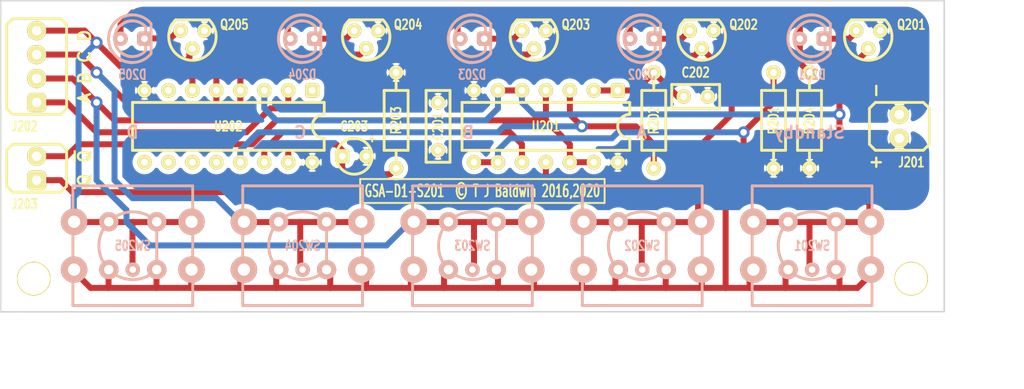
<source format=kicad_pcb>
(kicad_pcb (version 20171130) (host pcbnew 5.1.6-c6e7f7d~86~ubuntu18.04.1)

  (general
    (thickness 1.6)
    (drawings 25)
    (tracks 267)
    (zones 0)
    (modules 29)
    (nets 27)
  )

  (page A4)
  (title_block
    (title Diamond-1)
    (date "May 2020")
    (rev 2.0.1)
    (company "Gemstone Amplification")
    (comment 1 "© Tim Baldwin 2016,2020")
    (comment 2 GSA-D1-S201)
    (comment 3 "Input Selector")
    (comment 4 "Stereo Amplifier")
  )

  (layers
    (0 F.Cu signal)
    (31 B.Cu signal)
    (32 B.Adhes user)
    (33 F.Adhes user)
    (34 B.Paste user)
    (35 F.Paste user)
    (36 B.SilkS user)
    (37 F.SilkS user)
    (38 B.Mask user)
    (39 F.Mask user)
    (40 Dwgs.User user)
    (41 Cmts.User user)
    (42 Eco1.User user)
    (43 Eco2.User user)
    (44 Edge.Cuts user)
    (45 Margin user)
    (46 B.CrtYd user)
    (47 F.CrtYd user)
    (48 B.Fab user)
    (49 F.Fab user)
  )

  (setup
    (last_trace_width 0.25)
    (trace_clearance 0.2)
    (zone_clearance 0.508)
    (zone_45_only no)
    (trace_min 0.2)
    (via_size 0.8)
    (via_drill 0.4)
    (via_min_size 0.4)
    (via_min_drill 0.3)
    (uvia_size 0.3)
    (uvia_drill 0.1)
    (uvias_allowed no)
    (uvia_min_size 0.2)
    (uvia_min_drill 0.1)
    (edge_width 0.05)
    (segment_width 0.2)
    (pcb_text_width 0.3)
    (pcb_text_size 1.5 1.5)
    (mod_edge_width 0.12)
    (mod_text_size 1 1)
    (mod_text_width 0.15)
    (pad_size 2.032 2.032)
    (pad_drill 1)
    (pad_to_mask_clearance 0.05)
    (aux_axis_origin 110 80)
    (grid_origin 110 80)
    (visible_elements FFFFFF7F)
    (pcbplotparams
      (layerselection 0x010fc_ffffffff)
      (usegerberextensions false)
      (usegerberattributes true)
      (usegerberadvancedattributes true)
      (creategerberjobfile true)
      (excludeedgelayer true)
      (linewidth 0.100000)
      (plotframeref false)
      (viasonmask false)
      (mode 1)
      (useauxorigin false)
      (hpglpennumber 1)
      (hpglpenspeed 20)
      (hpglpendiameter 15.000000)
      (psnegative false)
      (psa4output false)
      (plotreference true)
      (plotvalue true)
      (plotinvisibletext false)
      (padsonsilk false)
      (subtractmaskfromsilk false)
      (outputformat 1)
      (mirror false)
      (drillshape 1)
      (scaleselection 1)
      (outputdirectory ""))
  )

  (net 0 "")
  (net 1 /V-)
  (net 2 /V+)
  (net 3 "Net-(C202-Pad2)")
  (net 4 /Reset)
  (net 5 "Net-(D201-Padk)")
  (net 6 "Net-(D201-Pada)")
  (net 7 "Net-(D202-Padk)")
  (net 8 "Net-(D203-Padk)")
  (net 9 "Net-(D204-Padk)")
  (net 10 "Net-(D205-Padk)")
  (net 11 /A)
  (net 12 /B)
  (net 13 /C)
  (net 14 /D)
  (net 15 /Q)
  (net 16 /~Q)
  (net 17 /Q0)
  (net 18 "Net-(R201-Pad1)")
  (net 19 /Clock)
  (net 20 /Enable)
  (net 21 "Net-(U202-Pad7)")
  (net 22 "Net-(U202-Pad9)")
  (net 23 "Net-(U202-Pad10)")
  (net 24 "Net-(U202-Pad1)")
  (net 25 "Net-(U202-Pad12)")
  (net 26 "Net-(U202-Pad11)")

  (net_class Default "This is the default net class."
    (clearance 0.2)
    (trace_width 0.25)
    (via_dia 0.8)
    (via_drill 0.4)
    (uvia_dia 0.3)
    (uvia_drill 0.1)
    (add_net /A)
    (add_net /B)
    (add_net /C)
    (add_net /Clock)
    (add_net /D)
    (add_net /Enable)
    (add_net /Q)
    (add_net /Q0)
    (add_net /Reset)
    (add_net /V+)
    (add_net /V-)
    (add_net /~Q)
    (add_net "Net-(C202-Pad2)")
    (add_net "Net-(D201-Pada)")
    (add_net "Net-(D201-Padk)")
    (add_net "Net-(D202-Padk)")
    (add_net "Net-(D203-Padk)")
    (add_net "Net-(D204-Padk)")
    (add_net "Net-(D205-Padk)")
    (add_net "Net-(R201-Pad1)")
    (add_net "Net-(U202-Pad1)")
    (add_net "Net-(U202-Pad10)")
    (add_net "Net-(U202-Pad11)")
    (add_net "Net-(U202-Pad12)")
    (add_net "Net-(U202-Pad7)")
    (add_net "Net-(U202-Pad9)")
  )

  (module gsa:MOLEX2 (layer F.Cu) (tedit 5ED22599) (tstamp 5ECBD483)
    (at 113.81 97.78 90)
    (path /5A85E9B8)
    (fp_text reference J203 (at -3.81 -1.27 180) (layer F.SilkS)
      (effects (font (size 1.016 0.762) (thickness 0.1905)))
    )
    (fp_text value CONN-2 (at 0 -4.445 90) (layer F.SilkS) hide
      (effects (font (size 1.016 1.016) (thickness 0.1905)))
    )
    (fp_line (start 1.905 -3.175) (end 2.54 -2.54) (layer F.SilkS) (width 0.3048))
    (fp_line (start 1.905 3.175) (end 2.54 2.54) (layer F.SilkS) (width 0.3048))
    (fp_line (start -2.54 2.54) (end -1.905 3.175) (layer F.SilkS) (width 0.3048))
    (fp_line (start -1.905 -3.175) (end -2.54 -2.54) (layer F.SilkS) (width 0.3048))
    (fp_line (start -1.905 -3.175) (end 1.905 -3.175) (layer F.SilkS) (width 0.3048))
    (fp_line (start -2.54 2.54) (end -2.54 -2.54) (layer F.SilkS) (width 0.3048))
    (fp_line (start 1.905 3.175) (end -1.905 3.175) (layer F.SilkS) (width 0.3048))
    (fp_line (start 2.54 -2.54) (end 2.54 2.54) (layer F.SilkS) (width 0.3048))
    (pad 2 thru_hole circle (at 1.27 0 90) (size 2.032 2.032) (drill 1) (layers *.Cu *.Mask F.SilkS)
      (net 16 /~Q))
    (pad 1 thru_hole roundrect (at -1.27 0 90) (size 2.032 2.032) (drill 1) (layers *.Cu *.Mask F.SilkS) (roundrect_rratio 0.25)
      (net 15 /Q))
    (model ${GSALIB}/gsa.3d/conn2.wrl
      (at (xyz 0 0 0))
      (scale (xyz 1 1 1))
      (rotate (xyz 0 0 0))
    )
  )

  (module gsa:TO92F-SGD (layer F.Cu) (tedit 5EC83CE6) (tstamp 5ECBD479)
    (at 166.515 83.175 180)
    (path /5A85E9A9)
    (fp_text reference Q203 (at -4.445 0.635) (layer F.SilkS)
      (effects (font (size 1.016 0.762) (thickness 0.1905)))
    )
    (fp_text value 2N7000 (at 0 -4.445) (layer F.SilkS) hide
      (effects (font (size 1.016 1.016) (thickness 0.1905)))
    )
    (fp_line (start 1.778 1.143) (end -1.778 1.143) (layer F.SilkS) (width 0.3048))
    (fp_arc (start 0 -0.635) (end -1.778 -2.413) (angle 90) (layer F.SilkS) (width 0.3048))
    (fp_arc (start 0 -0.635) (end -1.778 1.143) (angle 90) (layer F.SilkS) (width 0.3048))
    (fp_arc (start 0 -0.635) (end 1.778 -2.413) (angle 90) (layer F.SilkS) (width 0.3048))
    (pad d thru_hole circle (at 1.27 0 180) (size 1.524 1.524) (drill 0.7) (layers *.Cu *.Mask F.SilkS)
      (net 8 "Net-(D203-Padk)"))
    (pad s thru_hole circle (at -1.27 0 180) (size 1.524 1.524) (drill 0.7) (layers *.Cu *.Mask F.SilkS)
      (net 1 /V-))
    (pad g thru_hole circle (at 0 -1.905 180) (size 1.524 1.524) (drill 0.7) (layers *.Cu *.Mask F.SilkS)
      (net 12 /B))
    (model ${GSALIB}/gsa.3d/to92f.wrl
      (at (xyz 0 0 0))
      (scale (xyz 1 1 1))
      (rotate (xyz 0 0 0))
    )
  )

  (module gsa:TO92F-SGD (layer F.Cu) (tedit 5EC83CE6) (tstamp 5ECBD46F)
    (at 201.948 83.175 180)
    (path /5A85E9A5)
    (fp_text reference Q201 (at -4.572 0.635) (layer F.SilkS)
      (effects (font (size 1.016 0.762) (thickness 0.1905)))
    )
    (fp_text value 2N7000 (at 0 -4.445) (layer F.SilkS) hide
      (effects (font (size 1.016 1.016) (thickness 0.1905)))
    )
    (fp_line (start 1.778 1.143) (end -1.778 1.143) (layer F.SilkS) (width 0.3048))
    (fp_arc (start 0 -0.635) (end -1.778 -2.413) (angle 90) (layer F.SilkS) (width 0.3048))
    (fp_arc (start 0 -0.635) (end -1.778 1.143) (angle 90) (layer F.SilkS) (width 0.3048))
    (fp_arc (start 0 -0.635) (end 1.778 -2.413) (angle 90) (layer F.SilkS) (width 0.3048))
    (pad d thru_hole circle (at 1.27 0 180) (size 1.524 1.524) (drill 0.7) (layers *.Cu *.Mask F.SilkS)
      (net 5 "Net-(D201-Padk)"))
    (pad s thru_hole circle (at -1.27 0 180) (size 1.524 1.524) (drill 0.7) (layers *.Cu *.Mask F.SilkS)
      (net 1 /V-))
    (pad g thru_hole circle (at 0 -1.905 180) (size 1.524 1.524) (drill 0.7) (layers *.Cu *.Mask F.SilkS)
      (net 17 /Q0))
    (model ${GSALIB}/gsa.3d/to92f.wrl
      (at (xyz 0 0 0))
      (scale (xyz 1 1 1))
      (rotate (xyz 0 0 0))
    )
  )

  (module gsa:RES10 (layer F.Cu) (tedit 5ECBFC42) (tstamp 5ECBD464)
    (at 151.91 92.7 270)
    (path /5A85E99B)
    (fp_text reference R203 (at 0 0 90) (layer F.SilkS)
      (effects (font (size 1.016 0.762) (thickness 0.1905)))
    )
    (fp_text value 10k (at 0 -2.54 90) (layer F.SilkS) hide
      (effects (font (size 1.016 1.016) (thickness 0.1905)))
    )
    (fp_line (start 3.175 -1.27) (end -3.175 -1.27) (layer F.SilkS) (width 0.3048))
    (fp_line (start 3.175 1.27) (end 3.175 -1.27) (layer F.SilkS) (width 0.3048))
    (fp_line (start -3.175 1.27) (end 3.175 1.27) (layer F.SilkS) (width 0.3048))
    (fp_line (start -3.175 -1.27) (end -3.175 1.27) (layer F.SilkS) (width 0.3048))
    (fp_line (start 3.175 0) (end 5.08 0) (layer F.SilkS) (width 0.3048))
    (fp_line (start -3.175 0) (end -5.08 0) (layer F.SilkS) (width 0.3048))
    (pad 2 thru_hole circle (at 5.08 0 270) (size 1.524 1.524) (drill 0.7) (layers *.Cu *.Mask F.SilkS)
      (net 4 /Reset))
    (pad 1 thru_hole circle (at -5.08 0 270) (size 1.524 1.524) (drill 0.7) (layers *.Cu *.Mask F.SilkS)
      (net 1 /V-))
    (model ${GSALIB}/gsa.3d/res10.wrl
      (at (xyz 0 0 0))
      (scale (xyz 1 1 1))
      (rotate (xyz 0 0 0))
    )
  )

  (module gsa:TO92F-SGD (layer F.Cu) (tedit 5EC83CE6) (tstamp 5ECBD45A)
    (at 148.735 83.175 180)
    (path /5A85E9AB)
    (fp_text reference Q204 (at -4.445 0.635) (layer F.SilkS)
      (effects (font (size 1.016 0.762) (thickness 0.1905)))
    )
    (fp_text value 2N7000 (at 0 -4.445) (layer F.SilkS) hide
      (effects (font (size 1.016 1.016) (thickness 0.1905)))
    )
    (fp_line (start 1.778 1.143) (end -1.778 1.143) (layer F.SilkS) (width 0.3048))
    (fp_arc (start 0 -0.635) (end -1.778 -2.413) (angle 90) (layer F.SilkS) (width 0.3048))
    (fp_arc (start 0 -0.635) (end -1.778 1.143) (angle 90) (layer F.SilkS) (width 0.3048))
    (fp_arc (start 0 -0.635) (end 1.778 -2.413) (angle 90) (layer F.SilkS) (width 0.3048))
    (pad d thru_hole circle (at 1.27 0 180) (size 1.524 1.524) (drill 0.7) (layers *.Cu *.Mask F.SilkS)
      (net 9 "Net-(D204-Padk)"))
    (pad s thru_hole circle (at -1.27 0 180) (size 1.524 1.524) (drill 0.7) (layers *.Cu *.Mask F.SilkS)
      (net 1 /V-))
    (pad g thru_hole circle (at 0 -1.905 180) (size 1.524 1.524) (drill 0.7) (layers *.Cu *.Mask F.SilkS)
      (net 13 /C))
    (model ${GSALIB}/gsa.3d/to92f.wrl
      (at (xyz 0 0 0))
      (scale (xyz 1 1 1))
      (rotate (xyz 0 0 0))
    )
  )

  (module gsa:TO92F-SGD (layer F.Cu) (tedit 5EC83CE6) (tstamp 5ECBD450)
    (at 184.295 83.175 180)
    (path /5A85E9A7)
    (fp_text reference Q202 (at -4.445 0.635) (layer F.SilkS)
      (effects (font (size 1.016 0.762) (thickness 0.1905)))
    )
    (fp_text value 2N7000 (at 0 -4.445) (layer F.SilkS) hide
      (effects (font (size 1.016 1.016) (thickness 0.1905)))
    )
    (fp_line (start 1.778 1.143) (end -1.778 1.143) (layer F.SilkS) (width 0.3048))
    (fp_arc (start 0 -0.635) (end -1.778 -2.413) (angle 90) (layer F.SilkS) (width 0.3048))
    (fp_arc (start 0 -0.635) (end -1.778 1.143) (angle 90) (layer F.SilkS) (width 0.3048))
    (fp_arc (start 0 -0.635) (end 1.778 -2.413) (angle 90) (layer F.SilkS) (width 0.3048))
    (pad d thru_hole circle (at 1.27 0 180) (size 1.524 1.524) (drill 0.7) (layers *.Cu *.Mask F.SilkS)
      (net 7 "Net-(D202-Padk)"))
    (pad s thru_hole circle (at -1.27 0 180) (size 1.524 1.524) (drill 0.7) (layers *.Cu *.Mask F.SilkS)
      (net 1 /V-))
    (pad g thru_hole circle (at 0 -1.905 180) (size 1.524 1.524) (drill 0.7) (layers *.Cu *.Mask F.SilkS)
      (net 11 /A))
    (model ${GSALIB}/gsa.3d/to92f.wrl
      (at (xyz 0 0 0))
      (scale (xyz 1 1 1))
      (rotate (xyz 0 0 0))
    )
  )

  (module gsa:MOLEX4 (layer F.Cu) (tedit 5ED225D5) (tstamp 5ECBD441)
    (at 113.81 86.985 90)
    (path /5A85E9A4)
    (fp_text reference J202 (at -6.35 -1.27 180) (layer F.SilkS)
      (effects (font (size 1.016 0.762) (thickness 0.1905)))
    )
    (fp_text value CONN-4 (at 0 -4.445 90) (layer F.SilkS) hide
      (effects (font (size 1.016 1.016) (thickness 0.1905)))
    )
    (fp_line (start -5.08 -2.54) (end -4.445 -3.175) (layer F.SilkS) (width 0.3048))
    (fp_line (start -4.445 3.175) (end -5.08 2.54) (layer F.SilkS) (width 0.3048))
    (fp_line (start 5.08 2.54) (end 4.445 3.175) (layer F.SilkS) (width 0.3048))
    (fp_line (start 4.445 -3.175) (end 5.08 -2.54) (layer F.SilkS) (width 0.3048))
    (fp_line (start -5.08 2.54) (end -5.08 -2.54) (layer F.SilkS) (width 0.3048))
    (fp_line (start 4.445 3.175) (end -4.445 3.175) (layer F.SilkS) (width 0.3048))
    (fp_line (start 5.08 -2.54) (end 5.08 2.54) (layer F.SilkS) (width 0.3048))
    (fp_line (start -4.445 -3.175) (end 4.445 -3.175) (layer F.SilkS) (width 0.3048))
    (pad 4 thru_hole circle (at 3.81 0 90) (size 2.032 2.032) (drill 1) (layers *.Cu *.Mask F.SilkS)
      (net 14 /D))
    (pad 3 thru_hole circle (at 1.27 0 90) (size 2.032 2.032) (drill 1) (layers *.Cu *.Mask F.SilkS)
      (net 13 /C))
    (pad 2 thru_hole circle (at -1.27 0 90) (size 2.032 2.032) (drill 1) (layers *.Cu *.Mask F.SilkS)
      (net 12 /B))
    (pad 1 thru_hole roundrect (at -3.81 0 90) (size 2.032 2.032) (drill 1) (layers *.Cu *.Mask F.SilkS) (roundrect_rratio 0.25)
      (net 11 /A))
    (model ${GSALIB}/gsa.3d/conn4.wrl
      (at (xyz 0 0 0))
      (scale (xyz 1 1 1))
      (rotate (xyz 0 0 0))
    )
  )

  (module gsa:CAP725 (layer F.Cu) (tedit 5EC3028B) (tstamp 5ECBD438)
    (at 156.355 93.335 270)
    (path /5A85E99E)
    (fp_text reference C201 (at 0 0 90) (layer F.SilkS)
      (effects (font (size 1.016 0.762) (thickness 0.1905)))
    )
    (fp_text value 100n (at 0 -2.54 90) (layer F.SilkS) hide
      (effects (font (size 1.016 1.016) (thickness 0.1905)))
    )
    (fp_line (start 3.81 -1.27) (end 3.81 1.27) (layer F.SilkS) (width 0.3048))
    (fp_line (start 3.81 1.27) (end -3.81 1.27) (layer F.SilkS) (width 0.3048))
    (fp_line (start -3.81 1.27) (end -3.81 -1.27) (layer F.SilkS) (width 0.3048))
    (fp_line (start -3.81 -1.27) (end 3.81 -1.27) (layer F.SilkS) (width 0.3048))
    (pad 2 thru_hole circle (at 2.54 0 270) (size 1.524 1.524) (drill 0.7) (layers *.Cu *.Mask F.SilkS)
      (net 2 /V+))
    (pad 1 thru_hole circle (at -2.54 0 270) (size 1.524 1.524) (drill 0.7) (layers *.Cu *.Mask F.SilkS)
      (net 1 /V-))
    (model ${GSALIB}/gsa.3d/cap725.wrl
      (at (xyz 0 0 0))
      (scale (xyz 1 1 1))
      (rotate (xyz 0 0 0))
    )
  )

  (module gsa:DIL16 (layer F.Cu) (tedit 5ED2254D) (tstamp 5ECBD418)
    (at 134.13 93.335 180)
    (path /5A85E9A3)
    (fp_text reference U202 (at 0 0) (layer F.SilkS)
      (effects (font (size 1.016 0.762) (thickness 0.1905)))
    )
    (fp_text value 4017 (at 0 -6.35) (layer F.SilkS) hide
      (effects (font (size 1.016 1.016) (thickness 0.1905)))
    )
    (fp_line (start -10.16 -2.54) (end -7.62 -2.54) (layer F.SilkS) (width 0.3048))
    (fp_line (start 7.62 2.54) (end 10.16 2.54) (layer F.SilkS) (width 0.3048))
    (fp_line (start 7.62 -2.54) (end 10.16 -2.54) (layer F.SilkS) (width 0.3048))
    (fp_line (start 10.16 -2.54) (end 10.16 2.54) (layer F.SilkS) (width 0.3048))
    (fp_line (start 0 2.54) (end 7.62 2.54) (layer F.SilkS) (width 0.3048))
    (fp_line (start 2.54 -2.54) (end 10.16 -2.54) (layer F.SilkS) (width 0.3048))
    (fp_line (start -10.16 -2.54) (end -10.16 -1.27) (layer F.SilkS) (width 0.3048))
    (fp_line (start -7.62 -2.54) (end 2.54 -2.54) (layer F.SilkS) (width 0.3048))
    (fp_line (start 0 2.54) (end -10.16 2.54) (layer F.SilkS) (width 0.3048))
    (fp_line (start -10.16 2.54) (end -10.16 1.27) (layer F.SilkS) (width 0.3048))
    (fp_arc (start -10.16 0) (end -10.16 -1.27) (angle 90) (layer F.SilkS) (width 0.3048))
    (fp_arc (start -10.16 0) (end -8.89 0) (angle 90) (layer F.SilkS) (width 0.3048))
    (pad 11 thru_hole circle (at 3.81 -3.81 180) (size 1.524 1.524) (drill 0.7) (layers *.Cu *.Mask F.SilkS)
      (net 26 "Net-(U202-Pad11)"))
    (pad 12 thru_hole circle (at 1.27 -3.81 180) (size 1.524 1.524) (drill 0.7) (layers *.Cu *.Mask F.SilkS)
      (net 25 "Net-(U202-Pad12)"))
    (pad 13 thru_hole circle (at -1.27 -3.81 180) (size 1.524 1.524) (drill 0.7) (layers *.Cu *.Mask F.SilkS)
      (net 19 /Clock))
    (pad 14 thru_hole circle (at -3.81 -3.81 180) (size 1.524 1.524) (drill 0.7) (layers *.Cu *.Mask F.SilkS)
      (net 20 /Enable))
    (pad 1 thru_hole roundrect (at -8.89 3.81 180) (size 1.524 1.524) (drill 0.7) (layers *.Cu *.Mask F.SilkS) (roundrect_rratio 0.25)
      (net 24 "Net-(U202-Pad1)"))
    (pad 2 thru_hole circle (at -6.35 3.81 180) (size 1.524 1.524) (drill 0.7) (layers *.Cu *.Mask F.SilkS)
      (net 11 /A))
    (pad 3 thru_hole circle (at -3.81 3.81 180) (size 1.524 1.524) (drill 0.7) (layers *.Cu *.Mask F.SilkS)
      (net 17 /Q0))
    (pad 4 thru_hole circle (at -1.27 3.81 180) (size 1.524 1.524) (drill 0.7) (layers *.Cu *.Mask F.SilkS)
      (net 12 /B))
    (pad 6 thru_hole circle (at 3.81 3.81 180) (size 1.524 1.524) (drill 0.7) (layers *.Cu *.Mask F.SilkS)
      (net 14 /D))
    (pad 5 thru_hole circle (at 1.27 3.81 180) (size 1.524 1.524) (drill 0.7) (layers *.Cu *.Mask F.SilkS)
      (net 13 /C))
    (pad 10 thru_hole circle (at 6.35 -3.81 180) (size 1.524 1.524) (drill 0.7) (layers *.Cu *.Mask F.SilkS)
      (net 23 "Net-(U202-Pad10)"))
    (pad 9 thru_hole circle (at 8.89 -3.81 180) (size 1.524 1.524) (drill 0.7) (layers *.Cu *.Mask F.SilkS)
      (net 22 "Net-(U202-Pad9)"))
    (pad 7 thru_hole circle (at 6.35 3.81 180) (size 1.524 1.524) (drill 0.7) (layers *.Cu *.Mask F.SilkS)
      (net 21 "Net-(U202-Pad7)"))
    (pad 8 thru_hole circle (at 8.89 3.81 180) (size 1.524 1.524) (drill 0.7) (layers *.Cu *.Mask F.SilkS)
      (net 1 /V-))
    (pad 16 thru_hole circle (at -8.89 -3.81 180) (size 1.524 1.524) (drill 0.7) (layers *.Cu *.Mask F.SilkS)
      (net 2 /V+))
    (pad 15 thru_hole circle (at -6.35 -3.81 180) (size 1.524 1.524) (drill 0.7) (layers *.Cu *.Mask F.SilkS)
      (net 4 /Reset))
    (model ${GSALIB}/gsa.3d/dil16.wrl
      (at (xyz 0 0 0))
      (scale (xyz 1 1 1))
      (rotate (xyz 0 0 0))
    )
  )

  (module gsa:DIL14 (layer F.Cu) (tedit 5ED22528) (tstamp 5ECBD3FE)
    (at 167.785 93.335 180)
    (path /5A85E9B4)
    (fp_text reference U201 (at 0 0) (layer F.SilkS)
      (effects (font (size 1.016 0.762) (thickness 0.1905)))
    )
    (fp_text value 4093 (at 0 -6.35) (layer F.SilkS) hide
      (effects (font (size 1.016 1.016) (thickness 0.1905)))
    )
    (fp_line (start -8.89 2.54) (end -8.89 1.27) (layer F.SilkS) (width 0.3048))
    (fp_line (start 1.27 2.54) (end -8.89 2.54) (layer F.SilkS) (width 0.3048))
    (fp_line (start -8.89 -2.54) (end 1.27 -2.54) (layer F.SilkS) (width 0.3048))
    (fp_line (start -8.89 -2.54) (end -8.89 -1.27) (layer F.SilkS) (width 0.3048))
    (fp_line (start 8.89 -2.54) (end 8.89 2.54) (layer F.SilkS) (width 0.3048))
    (fp_line (start 1.27 -2.54) (end 8.89 -2.54) (layer F.SilkS) (width 0.3048))
    (fp_line (start 1.27 2.54) (end 8.89 2.54) (layer F.SilkS) (width 0.3048))
    (fp_arc (start -8.89 0) (end -8.89 -1.27) (angle 90) (layer F.SilkS) (width 0.3048))
    (fp_arc (start -8.89 0) (end -7.62 0) (angle 90) (layer F.SilkS) (width 0.3048))
    (pad 11 thru_hole circle (at 0 -3.81 180) (size 1.524 1.524) (drill 0.7) (layers *.Cu *.Mask F.SilkS)
      (net 15 /Q))
    (pad 12 thru_hole circle (at -2.54 -3.81 180) (size 1.524 1.524) (drill 0.7) (layers *.Cu *.Mask F.SilkS)
      (net 16 /~Q))
    (pad 13 thru_hole circle (at -5.08 -3.81 180) (size 1.524 1.524) (drill 0.7) (layers *.Cu *.Mask F.SilkS)
      (net 16 /~Q))
    (pad 14 thru_hole circle (at -7.62 -3.81 180) (size 1.524 1.524) (drill 0.7) (layers *.Cu *.Mask F.SilkS)
      (net 2 /V+))
    (pad 1 thru_hole roundrect (at -7.62 3.81 180) (size 1.524 1.524) (drill 0.7) (layers *.Cu *.Mask F.SilkS) (roundrect_rratio 0.25)
      (net 3 "Net-(C202-Pad2)"))
    (pad 2 thru_hole circle (at -5.08 3.81 180) (size 1.524 1.524) (drill 0.7) (layers *.Cu *.Mask F.SilkS)
      (net 3 "Net-(C202-Pad2)"))
    (pad 3 thru_hole circle (at -2.54 3.81 180) (size 1.524 1.524) (drill 0.7) (layers *.Cu *.Mask F.SilkS)
      (net 19 /Clock))
    (pad 4 thru_hole circle (at 0 3.81 180) (size 1.524 1.524) (drill 0.7) (layers *.Cu *.Mask F.SilkS)
      (net 16 /~Q))
    (pad 6 thru_hole circle (at 5.08 3.81 180) (size 1.524 1.524) (drill 0.7) (layers *.Cu *.Mask F.SilkS)
      (net 17 /Q0))
    (pad 5 thru_hole circle (at 2.54 3.81 180) (size 1.524 1.524) (drill 0.7) (layers *.Cu *.Mask F.SilkS)
      (net 17 /Q0))
    (pad 10 thru_hole circle (at 2.54 -3.81 180) (size 1.524 1.524) (drill 0.7) (layers *.Cu *.Mask F.SilkS)
      (net 20 /Enable))
    (pad 9 thru_hole circle (at 5.08 -3.81 180) (size 1.524 1.524) (drill 0.7) (layers *.Cu *.Mask F.SilkS)
      (net 18 "Net-(R201-Pad1)"))
    (pad 8 thru_hole circle (at 7.62 -3.81 180) (size 1.524 1.524) (drill 0.7) (layers *.Cu *.Mask F.SilkS)
      (net 18 "Net-(R201-Pad1)"))
    (pad 7 thru_hole circle (at 7.62 3.81 180) (size 1.524 1.524) (drill 0.7) (layers *.Cu *.Mask F.SilkS)
      (net 1 /V-))
    (model ${GSALIB}/gsa.3d/dil14.wrl
      (at (xyz 0 0 0))
      (scale (xyz 1 1 1))
      (rotate (xyz 0 0 0))
    )
  )

  (module gsa:RES10 (layer F.Cu) (tedit 5ECBFC42) (tstamp 5ECBD3F3)
    (at 179.215 92.7 90)
    (path /5A85E99A)
    (fp_text reference R202 (at 0 0 90) (layer F.SilkS)
      (effects (font (size 1.016 0.762) (thickness 0.1905)))
    )
    (fp_text value 10k (at 0 -2.54 90) (layer F.SilkS) hide
      (effects (font (size 1.016 1.016) (thickness 0.1905)))
    )
    (fp_line (start 3.175 -1.27) (end -3.175 -1.27) (layer F.SilkS) (width 0.3048))
    (fp_line (start 3.175 1.27) (end 3.175 -1.27) (layer F.SilkS) (width 0.3048))
    (fp_line (start -3.175 1.27) (end 3.175 1.27) (layer F.SilkS) (width 0.3048))
    (fp_line (start -3.175 -1.27) (end -3.175 1.27) (layer F.SilkS) (width 0.3048))
    (fp_line (start 3.175 0) (end 5.08 0) (layer F.SilkS) (width 0.3048))
    (fp_line (start -3.175 0) (end -5.08 0) (layer F.SilkS) (width 0.3048))
    (pad 2 thru_hole circle (at 5.08 0 90) (size 1.524 1.524) (drill 0.7) (layers *.Cu *.Mask F.SilkS)
      (net 3 "Net-(C202-Pad2)"))
    (pad 1 thru_hole circle (at -5.08 0 90) (size 1.524 1.524) (drill 0.7) (layers *.Cu *.Mask F.SilkS)
      (net 19 /Clock))
    (model ${GSALIB}/gsa.3d/res10.wrl
      (at (xyz 0 0 0))
      (scale (xyz 1 1 1))
      (rotate (xyz 0 0 0))
    )
  )

  (module gsa:HOLE33 (layer F.Cu) (tedit 5EC30509) (tstamp 5ECBD3EF)
    (at 113.5 109.5)
    (path /5A85E9A2)
    (fp_text reference H201 (at 0 3.175) (layer F.SilkS) hide
      (effects (font (size 1.016 0.762) (thickness 0.1905)))
    )
    (fp_text value HOLE (at 0 -3.175) (layer F.SilkS) hide
      (effects (font (size 1.016 1.016) (thickness 0.1905)))
    )
    (pad "" thru_hole circle (at 0 0) (size 3.556 3.556) (drill 3.300001) (layers *.Cu *.Mask F.SilkS))
  )

  (module gsa:HOLE33 (layer F.Cu) (tedit 5EC30509) (tstamp 5ECBD3EB)
    (at 206.5 109.5)
    (path /5A85E9A1)
    (fp_text reference H202 (at 0 3.175) (layer F.SilkS) hide
      (effects (font (size 1.016 0.762) (thickness 0.1905)))
    )
    (fp_text value HOLE (at 0 -3.175) (layer F.SilkS) hide
      (effects (font (size 1.016 1.016) (thickness 0.1905)))
    )
    (pad "" thru_hole circle (at 0 0) (size 3.556 3.556) (drill 3.300001) (layers *.Cu *.Mask F.SilkS))
  )

  (module gsa:RES10 (layer F.Cu) (tedit 5ECBFC42) (tstamp 5ECBD3E0)
    (at 191.915 92.7 270)
    (path /5A85E9AE)
    (fp_text reference R201 (at 0 0 90) (layer F.SilkS)
      (effects (font (size 1.016 0.762) (thickness 0.1905)))
    )
    (fp_text value 100k (at 0 -2.54 90) (layer F.SilkS) hide
      (effects (font (size 1.016 1.016) (thickness 0.1905)))
    )
    (fp_line (start 3.175 -1.27) (end -3.175 -1.27) (layer F.SilkS) (width 0.3048))
    (fp_line (start 3.175 1.27) (end 3.175 -1.27) (layer F.SilkS) (width 0.3048))
    (fp_line (start -3.175 1.27) (end 3.175 1.27) (layer F.SilkS) (width 0.3048))
    (fp_line (start -3.175 -1.27) (end -3.175 1.27) (layer F.SilkS) (width 0.3048))
    (fp_line (start 3.175 0) (end 5.08 0) (layer F.SilkS) (width 0.3048))
    (fp_line (start -3.175 0) (end -5.08 0) (layer F.SilkS) (width 0.3048))
    (pad 2 thru_hole circle (at 5.08 0 270) (size 1.524 1.524) (drill 0.7) (layers *.Cu *.Mask F.SilkS)
      (net 2 /V+))
    (pad 1 thru_hole circle (at -5.08 0 270) (size 1.524 1.524) (drill 0.7) (layers *.Cu *.Mask F.SilkS)
      (net 18 "Net-(R201-Pad1)"))
    (model ${GSALIB}/gsa.3d/res10.wrl
      (at (xyz 0 0 0))
      (scale (xyz 1 1 1))
      (rotate (xyz 0 0 0))
    )
  )

  (module gsa:SW-TACT-ALL (layer B.Cu) (tedit 5EC837EF) (tstamp 5ECBD3AB)
    (at 178 106)
    (path /5EB8FCB3)
    (fp_text reference SW202 (at 0 0) (layer B.SilkS)
      (effects (font (size 1.016 0.762) (thickness 0.1905)) (justify mirror))
    )
    (fp_text value SW-PUSH (at 0 7.62) (layer B.SilkS) hide
      (effects (font (size 1.016 1.016) (thickness 0.1905)) (justify mirror))
    )
    (fp_line (start -6.35 -6.35) (end -6.35 6.35) (layer B.SilkS) (width 0.3048))
    (fp_line (start 6.35 -6.35) (end -6.35 -6.35) (layer B.SilkS) (width 0.3048))
    (fp_line (start 6.35 6.35) (end 6.35 -6.35) (layer B.SilkS) (width 0.3048))
    (fp_line (start -6.35 6.35) (end 6.35 6.35) (layer B.SilkS) (width 0.3048))
    (fp_line (start 2.54 2.54) (end 2.54 -2.54) (layer B.SilkS) (width 0.3048))
    (fp_arc (start 0 0) (end 2.54 -2.54) (angle -270) (layer B.SilkS) (width 0.3048))
    (pad 1 thru_hole circle (at -2.54 -2.54) (size 2.032 2.032) (drill 1) (layers *.Cu *.Mask B.SilkS)
      (net 11 /A))
    (pad 1 thru_hole circle (at 2.54 -2.54) (size 2.032 2.032) (drill 1) (layers *.Cu *.Mask B.SilkS)
      (net 11 /A))
    (pad 2 thru_hole circle (at 2.54 2.54) (size 2.032 2.032) (drill 1) (layers *.Cu *.Mask B.SilkS)
      (net 18 "Net-(R201-Pad1)"))
    (pad 2 thru_hole circle (at -2.54 2.54) (size 2.032 2.032) (drill 1) (layers *.Cu *.Mask B.SilkS)
      (net 18 "Net-(R201-Pad1)"))
    (pad 1 thru_hole circle (at 0 2.54) (size 1.524 1.524) (drill 0.7) (layers *.Cu *.Mask B.SilkS)
      (net 11 /A))
    (pad 1 thru_hole circle (at -6.223 -2.54) (size 2.794 2.794) (drill 1.3) (layers *.Cu *.Mask B.SilkS)
      (net 11 /A))
    (pad 1 thru_hole circle (at 6.223 -2.54) (size 2.794 2.794) (drill 1.3) (layers *.Cu *.Mask B.SilkS)
      (net 11 /A))
    (pad 2 thru_hole circle (at -6.223 2.54) (size 2.794 2.794) (drill 1.3) (layers *.Cu *.Mask B.SilkS)
      (net 18 "Net-(R201-Pad1)"))
    (pad 2 thru_hole circle (at 6.223 2.54) (size 2.794 2.794) (drill 1.3) (layers *.Cu *.Mask B.SilkS)
      (net 18 "Net-(R201-Pad1)"))
    (model ${GSALIB}/gsa.3d/sw-tact12.wrl
      (at (xyz 0 0 0))
      (scale (xyz 1 1 1))
      (rotate (xyz 0 0 0))
    )
  )

  (module gsa:MOLEX2 (layer F.Cu) (tedit 5ED23B3E) (tstamp 5ECBD359)
    (at 205.25 93.335 270)
    (path /5EC25555)
    (fp_text reference J201 (at 3.81 -1.27 180) (layer F.SilkS)
      (effects (font (size 1.016 0.762) (thickness 0.1905)))
    )
    (fp_text value CONN-2 (at 0 -4.445 90) (layer F.SilkS) hide
      (effects (font (size 1.016 1.016) (thickness 0.1905)))
    )
    (fp_line (start 1.905 -3.175) (end 2.54 -2.54) (layer F.SilkS) (width 0.3048))
    (fp_line (start 1.905 3.175) (end 2.54 2.54) (layer F.SilkS) (width 0.3048))
    (fp_line (start -2.54 2.54) (end -1.905 3.175) (layer F.SilkS) (width 0.3048))
    (fp_line (start -1.905 -3.175) (end -2.54 -2.54) (layer F.SilkS) (width 0.3048))
    (fp_line (start -1.905 -3.175) (end 1.905 -3.175) (layer F.SilkS) (width 0.3048))
    (fp_line (start -2.54 2.54) (end -2.54 -2.54) (layer F.SilkS) (width 0.3048))
    (fp_line (start 1.905 3.175) (end -1.905 3.175) (layer F.SilkS) (width 0.3048))
    (fp_line (start 2.54 -2.54) (end 2.54 2.54) (layer F.SilkS) (width 0.3048))
    (pad 2 thru_hole circle (at 1.27 0 270) (size 2.032 2.032) (drill 1) (layers *.Cu *.Mask F.SilkS)
      (net 2 /V+))
    (pad 1 thru_hole circle (at -1.27 0 270) (size 2.032 2.032) (drill 1) (layers *.Cu *.Mask F.SilkS)
      (net 1 /V-))
    (model ${GSALIB}/gsa.3d/conn2.wrl
      (at (xyz 0 0 0))
      (scale (xyz 1 1 1))
      (rotate (xyz 0 0 0))
    )
  )

  (module gsa:SW-TACT-ALL (layer B.Cu) (tedit 5EC837EF) (tstamp 5ECBD2E0)
    (at 142 106)
    (path /5EB9113C)
    (fp_text reference SW204 (at 0 0) (layer B.SilkS)
      (effects (font (size 1.016 0.762) (thickness 0.1905)) (justify mirror))
    )
    (fp_text value SW-PUSH (at 0 7.62) (layer B.SilkS) hide
      (effects (font (size 1.016 1.016) (thickness 0.1905)) (justify mirror))
    )
    (fp_line (start -6.35 -6.35) (end -6.35 6.35) (layer B.SilkS) (width 0.3048))
    (fp_line (start 6.35 -6.35) (end -6.35 -6.35) (layer B.SilkS) (width 0.3048))
    (fp_line (start 6.35 6.35) (end 6.35 -6.35) (layer B.SilkS) (width 0.3048))
    (fp_line (start -6.35 6.35) (end 6.35 6.35) (layer B.SilkS) (width 0.3048))
    (fp_line (start 2.54 2.54) (end 2.54 -2.54) (layer B.SilkS) (width 0.3048))
    (fp_arc (start 0 0) (end 2.54 -2.54) (angle -270) (layer B.SilkS) (width 0.3048))
    (pad 1 thru_hole circle (at -2.54 -2.54) (size 2.032 2.032) (drill 1) (layers *.Cu *.Mask B.SilkS)
      (net 13 /C))
    (pad 1 thru_hole circle (at 2.54 -2.54) (size 2.032 2.032) (drill 1) (layers *.Cu *.Mask B.SilkS)
      (net 13 /C))
    (pad 2 thru_hole circle (at 2.54 2.54) (size 2.032 2.032) (drill 1) (layers *.Cu *.Mask B.SilkS)
      (net 18 "Net-(R201-Pad1)"))
    (pad 2 thru_hole circle (at -2.54 2.54) (size 2.032 2.032) (drill 1) (layers *.Cu *.Mask B.SilkS)
      (net 18 "Net-(R201-Pad1)"))
    (pad 1 thru_hole circle (at 0 2.54) (size 1.524 1.524) (drill 0.7) (layers *.Cu *.Mask B.SilkS)
      (net 13 /C))
    (pad 1 thru_hole circle (at -6.223 -2.54) (size 2.794 2.794) (drill 1.3) (layers *.Cu *.Mask B.SilkS)
      (net 13 /C))
    (pad 1 thru_hole circle (at 6.223 -2.54) (size 2.794 2.794) (drill 1.3) (layers *.Cu *.Mask B.SilkS)
      (net 13 /C))
    (pad 2 thru_hole circle (at -6.223 2.54) (size 2.794 2.794) (drill 1.3) (layers *.Cu *.Mask B.SilkS)
      (net 18 "Net-(R201-Pad1)"))
    (pad 2 thru_hole circle (at 6.223 2.54) (size 2.794 2.794) (drill 1.3) (layers *.Cu *.Mask B.SilkS)
      (net 18 "Net-(R201-Pad1)"))
    (model ${GSALIB}/gsa.3d/sw-tact12.wrl
      (at (xyz 0 0 0))
      (scale (xyz 1 1 1))
      (rotate (xyz 0 0 0))
    )
  )

  (module gsa:SW-TACT-ALL (layer B.Cu) (tedit 5EC837EF) (tstamp 5ECBD2CE)
    (at 160 106)
    (path /5EB9030C)
    (fp_text reference SW203 (at 0 0) (layer B.SilkS)
      (effects (font (size 1.016 0.762) (thickness 0.1905)) (justify mirror))
    )
    (fp_text value SW-PUSH (at 0 7.62) (layer B.SilkS) hide
      (effects (font (size 1.016 1.016) (thickness 0.1905)) (justify mirror))
    )
    (fp_line (start -6.35 -6.35) (end -6.35 6.35) (layer B.SilkS) (width 0.3048))
    (fp_line (start 6.35 -6.35) (end -6.35 -6.35) (layer B.SilkS) (width 0.3048))
    (fp_line (start 6.35 6.35) (end 6.35 -6.35) (layer B.SilkS) (width 0.3048))
    (fp_line (start -6.35 6.35) (end 6.35 6.35) (layer B.SilkS) (width 0.3048))
    (fp_line (start 2.54 2.54) (end 2.54 -2.54) (layer B.SilkS) (width 0.3048))
    (fp_arc (start 0 0) (end 2.54 -2.54) (angle -270) (layer B.SilkS) (width 0.3048))
    (pad 1 thru_hole circle (at -2.54 -2.54) (size 2.032 2.032) (drill 1) (layers *.Cu *.Mask B.SilkS)
      (net 12 /B))
    (pad 1 thru_hole circle (at 2.54 -2.54) (size 2.032 2.032) (drill 1) (layers *.Cu *.Mask B.SilkS)
      (net 12 /B))
    (pad 2 thru_hole circle (at 2.54 2.54) (size 2.032 2.032) (drill 1) (layers *.Cu *.Mask B.SilkS)
      (net 18 "Net-(R201-Pad1)"))
    (pad 2 thru_hole circle (at -2.54 2.54) (size 2.032 2.032) (drill 1) (layers *.Cu *.Mask B.SilkS)
      (net 18 "Net-(R201-Pad1)"))
    (pad 1 thru_hole circle (at 0 2.54) (size 1.524 1.524) (drill 0.7) (layers *.Cu *.Mask B.SilkS)
      (net 12 /B))
    (pad 1 thru_hole circle (at -6.223 -2.54) (size 2.794 2.794) (drill 1.3) (layers *.Cu *.Mask B.SilkS)
      (net 12 /B))
    (pad 1 thru_hole circle (at 6.223 -2.54) (size 2.794 2.794) (drill 1.3) (layers *.Cu *.Mask B.SilkS)
      (net 12 /B))
    (pad 2 thru_hole circle (at -6.223 2.54) (size 2.794 2.794) (drill 1.3) (layers *.Cu *.Mask B.SilkS)
      (net 18 "Net-(R201-Pad1)"))
    (pad 2 thru_hole circle (at 6.223 2.54) (size 2.794 2.794) (drill 1.3) (layers *.Cu *.Mask B.SilkS)
      (net 18 "Net-(R201-Pad1)"))
    (model ${GSALIB}/gsa.3d/sw-tact12.wrl
      (at (xyz 0 0 0))
      (scale (xyz 1 1 1))
      (rotate (xyz 0 0 0))
    )
  )

  (module gsa:CAP-C25 (layer F.Cu) (tedit 5EC3020A) (tstamp 5ECBD2AC)
    (at 183.66 90.16 180)
    (path /5A85E999)
    (fp_text reference C202 (at 0 2.54) (layer F.SilkS)
      (effects (font (size 1.016 0.762) (thickness 0.1905)))
    )
    (fp_text value 1n (at 0 -2.54) (layer F.SilkS) hide
      (effects (font (size 1.016 1.016) (thickness 0.1905)))
    )
    (fp_line (start -2.54 -1.27) (end 2.54 -1.27) (layer F.SilkS) (width 0.3048))
    (fp_line (start -2.54 1.27) (end 2.54 1.27) (layer F.SilkS) (width 0.3048))
    (fp_line (start 2.54 -1.27) (end 2.54 1.27) (layer F.SilkS) (width 0.3048))
    (fp_line (start -2.54 1.27) (end -2.54 -1.27) (layer F.SilkS) (width 0.3048))
    (pad 2 thru_hole circle (at 1.27 0 180) (size 1.524 1.524) (drill 0.7) (layers *.Cu *.Mask F.SilkS)
      (net 3 "Net-(C202-Pad2)"))
    (pad 1 thru_hole circle (at -1.27 0 180) (size 1.524 1.524) (drill 0.7) (layers *.Cu *.Mask F.SilkS)
      (net 1 /V-))
    (model ${GSALIB}/gsa.3d/cap-c5.wrl
      (at (xyz 0 0 0))
      (scale (xyz 1 1 1))
      (rotate (xyz 0 0 0))
    )
  )

  (module gsa:RES10 (layer F.Cu) (tedit 5ECBFC42) (tstamp 5ECBD2A1)
    (at 195.725 92.7 90)
    (path /5A85E99D)
    (fp_text reference R204 (at 0 0 90) (layer F.SilkS)
      (effects (font (size 1.016 0.762) (thickness 0.1905)))
    )
    (fp_text value 560R (at 0 -2.54 90) (layer F.SilkS) hide
      (effects (font (size 1.016 1.016) (thickness 0.1905)))
    )
    (fp_line (start 3.175 -1.27) (end -3.175 -1.27) (layer F.SilkS) (width 0.3048))
    (fp_line (start 3.175 1.27) (end 3.175 -1.27) (layer F.SilkS) (width 0.3048))
    (fp_line (start -3.175 1.27) (end 3.175 1.27) (layer F.SilkS) (width 0.3048))
    (fp_line (start -3.175 -1.27) (end -3.175 1.27) (layer F.SilkS) (width 0.3048))
    (fp_line (start 3.175 0) (end 5.08 0) (layer F.SilkS) (width 0.3048))
    (fp_line (start -3.175 0) (end -5.08 0) (layer F.SilkS) (width 0.3048))
    (pad 2 thru_hole circle (at 5.08 0 90) (size 1.524 1.524) (drill 0.7) (layers *.Cu *.Mask F.SilkS)
      (net 6 "Net-(D201-Pada)"))
    (pad 1 thru_hole circle (at -5.08 0 90) (size 1.524 1.524) (drill 0.7) (layers *.Cu *.Mask F.SilkS)
      (net 2 /V+))
    (model ${GSALIB}/gsa.3d/res10.wrl
      (at (xyz 0 0 0))
      (scale (xyz 1 1 1))
      (rotate (xyz 0 0 0))
    )
  )

  (module gsa:SW-TACT-ALL (layer B.Cu) (tedit 5EC837EF) (tstamp 5ECBD26B)
    (at 196 106)
    (path /5EB8E641)
    (fp_text reference SW201 (at 0 0) (layer B.SilkS)
      (effects (font (size 1.016 0.762) (thickness 0.1905)) (justify mirror))
    )
    (fp_text value SW-PUSH (at 0 7.62) (layer B.SilkS) hide
      (effects (font (size 1.016 1.016) (thickness 0.1905)) (justify mirror))
    )
    (fp_line (start -6.35 -6.35) (end -6.35 6.35) (layer B.SilkS) (width 0.3048))
    (fp_line (start 6.35 -6.35) (end -6.35 -6.35) (layer B.SilkS) (width 0.3048))
    (fp_line (start 6.35 6.35) (end 6.35 -6.35) (layer B.SilkS) (width 0.3048))
    (fp_line (start -6.35 6.35) (end 6.35 6.35) (layer B.SilkS) (width 0.3048))
    (fp_line (start 2.54 2.54) (end 2.54 -2.54) (layer B.SilkS) (width 0.3048))
    (fp_arc (start 0 0) (end 2.54 -2.54) (angle -270) (layer B.SilkS) (width 0.3048))
    (pad 1 thru_hole circle (at -2.54 -2.54) (size 2.032 2.032) (drill 1) (layers *.Cu *.Mask B.SilkS)
      (net 17 /Q0))
    (pad 1 thru_hole circle (at 2.54 -2.54) (size 2.032 2.032) (drill 1) (layers *.Cu *.Mask B.SilkS)
      (net 17 /Q0))
    (pad 2 thru_hole circle (at 2.54 2.54) (size 2.032 2.032) (drill 1) (layers *.Cu *.Mask B.SilkS)
      (net 18 "Net-(R201-Pad1)"))
    (pad 2 thru_hole circle (at -2.54 2.54) (size 2.032 2.032) (drill 1) (layers *.Cu *.Mask B.SilkS)
      (net 18 "Net-(R201-Pad1)"))
    (pad 1 thru_hole circle (at 0 2.54) (size 1.524 1.524) (drill 0.7) (layers *.Cu *.Mask B.SilkS)
      (net 17 /Q0))
    (pad 1 thru_hole circle (at -6.223 -2.54) (size 2.794 2.794) (drill 1.3) (layers *.Cu *.Mask B.SilkS)
      (net 17 /Q0))
    (pad 1 thru_hole circle (at 6.223 -2.54) (size 2.794 2.794) (drill 1.3) (layers *.Cu *.Mask B.SilkS)
      (net 17 /Q0))
    (pad 2 thru_hole circle (at -6.223 2.54) (size 2.794 2.794) (drill 1.3) (layers *.Cu *.Mask B.SilkS)
      (net 18 "Net-(R201-Pad1)"))
    (pad 2 thru_hole circle (at 6.223 2.54) (size 2.794 2.794) (drill 1.3) (layers *.Cu *.Mask B.SilkS)
      (net 18 "Net-(R201-Pad1)"))
    (model ${GSALIB}/gsa.3d/sw-tact12.wrl
      (at (xyz 0 0 0))
      (scale (xyz 1 1 1))
      (rotate (xyz 0 0 0))
    )
  )

  (module gsa:TO92F-SGD (layer F.Cu) (tedit 5EC83CE6) (tstamp 5ECBD259)
    (at 130.32 83.175 180)
    (path /5A85E9AD)
    (fp_text reference Q205 (at -4.445 0.635) (layer F.SilkS)
      (effects (font (size 1.016 0.762) (thickness 0.1905)))
    )
    (fp_text value 2N7000 (at 0 -4.445) (layer F.SilkS) hide
      (effects (font (size 1.016 1.016) (thickness 0.1905)))
    )
    (fp_line (start 1.778 1.143) (end -1.778 1.143) (layer F.SilkS) (width 0.3048))
    (fp_arc (start 0 -0.635) (end -1.778 -2.413) (angle 90) (layer F.SilkS) (width 0.3048))
    (fp_arc (start 0 -0.635) (end -1.778 1.143) (angle 90) (layer F.SilkS) (width 0.3048))
    (fp_arc (start 0 -0.635) (end 1.778 -2.413) (angle 90) (layer F.SilkS) (width 0.3048))
    (pad d thru_hole circle (at 1.27 0 180) (size 1.524 1.524) (drill 0.7) (layers *.Cu *.Mask F.SilkS)
      (net 10 "Net-(D205-Padk)"))
    (pad s thru_hole circle (at -1.27 0 180) (size 1.524 1.524) (drill 0.7) (layers *.Cu *.Mask F.SilkS)
      (net 1 /V-))
    (pad g thru_hole circle (at 0 -1.905 180) (size 1.524 1.524) (drill 0.7) (layers *.Cu *.Mask F.SilkS)
      (net 14 /D))
    (model ${GSALIB}/gsa.3d/to92f.wrl
      (at (xyz 0 0 0))
      (scale (xyz 1 1 1))
      (rotate (xyz 0 0 0))
    )
  )

  (module gsa:SW-TACT-ALL (layer B.Cu) (tedit 5EC837EF) (tstamp 5ECBD241)
    (at 124 106)
    (path /5EB9191B)
    (fp_text reference SW205 (at 0 0) (layer B.SilkS)
      (effects (font (size 1.016 0.762) (thickness 0.1905)) (justify mirror))
    )
    (fp_text value SW-PUSH (at 0 7.62) (layer B.SilkS) hide
      (effects (font (size 1.016 1.016) (thickness 0.1905)) (justify mirror))
    )
    (fp_line (start -6.35 -6.35) (end -6.35 6.35) (layer B.SilkS) (width 0.3048))
    (fp_line (start 6.35 -6.35) (end -6.35 -6.35) (layer B.SilkS) (width 0.3048))
    (fp_line (start 6.35 6.35) (end 6.35 -6.35) (layer B.SilkS) (width 0.3048))
    (fp_line (start -6.35 6.35) (end 6.35 6.35) (layer B.SilkS) (width 0.3048))
    (fp_line (start 2.54 2.54) (end 2.54 -2.54) (layer B.SilkS) (width 0.3048))
    (fp_arc (start 0 0) (end 2.54 -2.54) (angle -270) (layer B.SilkS) (width 0.3048))
    (pad 1 thru_hole circle (at -2.54 -2.54) (size 2.032 2.032) (drill 1) (layers *.Cu *.Mask B.SilkS)
      (net 14 /D))
    (pad 1 thru_hole circle (at 2.54 -2.54) (size 2.032 2.032) (drill 1) (layers *.Cu *.Mask B.SilkS)
      (net 14 /D))
    (pad 2 thru_hole circle (at 2.54 2.54) (size 2.032 2.032) (drill 1) (layers *.Cu *.Mask B.SilkS)
      (net 18 "Net-(R201-Pad1)"))
    (pad 2 thru_hole circle (at -2.54 2.54) (size 2.032 2.032) (drill 1) (layers *.Cu *.Mask B.SilkS)
      (net 18 "Net-(R201-Pad1)"))
    (pad 1 thru_hole circle (at 0 2.54) (size 1.524 1.524) (drill 0.7) (layers *.Cu *.Mask B.SilkS)
      (net 14 /D))
    (pad 1 thru_hole circle (at -6.223 -2.54) (size 2.794 2.794) (drill 1.3) (layers *.Cu *.Mask B.SilkS)
      (net 14 /D))
    (pad 1 thru_hole circle (at 6.223 -2.54) (size 2.794 2.794) (drill 1.3) (layers *.Cu *.Mask B.SilkS)
      (net 14 /D))
    (pad 2 thru_hole circle (at -6.223 2.54) (size 2.794 2.794) (drill 1.3) (layers *.Cu *.Mask B.SilkS)
      (net 18 "Net-(R201-Pad1)"))
    (pad 2 thru_hole circle (at 6.223 2.54) (size 2.794 2.794) (drill 1.3) (layers *.Cu *.Mask B.SilkS)
      (net 18 "Net-(R201-Pad1)"))
    (model ${GSALIB}/gsa.3d/sw-tact12.wrl
      (at (xyz 0 0 0))
      (scale (xyz 1 1 1))
      (rotate (xyz 0 0 0))
    )
  )

  (module gsa:ELEC4R (layer F.Cu) (tedit 5EC8ECBC) (tstamp 5ECBD22C)
    (at 147.465 96.51)
    (path /5A85E99C)
    (fp_text reference C203 (at 0 -3.175) (layer F.SilkS)
      (effects (font (size 1.016 0.762) (thickness 0.1905)))
    )
    (fp_text value 10u (at 0 -3.175) (layer F.SilkS) hide
      (effects (font (size 1.016 1.016) (thickness 0.1905)))
    )
    (fp_circle (center 0 0) (end 1.905 0) (layer F.SilkS) (width 0.3048))
    (fp_text user + (at 1.905 -1.905 180) (layer F.SilkS)
      (effects (font (size 0.762 0.762) (thickness 0.1905)))
    )
    (pad 1 thru_hole roundrect (at -1.27 0) (size 1.524 1.524) (drill 0.7) (layers *.Cu *.Mask F.SilkS) (roundrect_rratio 0.25)
      (net 4 /Reset))
    (pad 2 thru_hole circle (at 1.27 0) (size 1.524 1.524) (drill 0.7) (layers *.Cu *.Mask F.SilkS)
      (net 2 /V+))
    (model ${GSALIB}/gsa.3d/elec4r.wrl
      (at (xyz 0 0 0))
      (scale (xyz 1 1 1))
      (rotate (xyz 0 0 0))
    )
  )

  (module gsa:LED3 (layer B.Cu) (tedit 5EC30566) (tstamp 5ECBD21D)
    (at 195.97 84.035 180)
    (path /5A85E99F)
    (fp_text reference D201 (at 0 -3.81) (layer B.SilkS)
      (effects (font (size 1.016 0.762) (thickness 0.1905)) (justify mirror))
    )
    (fp_text value LED (at 0 3.81) (layer B.SilkS) hide
      (effects (font (size 1.016 1.016) (thickness 0.1905)) (justify mirror))
    )
    (fp_line (start -1.397 1.27) (end -1.397 -1.27) (layer B.SilkS) (width 0.3048))
    (fp_line (start -1.9685 -1.5875) (end -1.9685 1.5875) (layer B.SilkS) (width 0.3048))
    (fp_arc (start 0 0) (end 2.54 0) (angle -90) (layer B.SilkS) (width 0.3048))
    (fp_arc (start 0 0) (end 0 2.54) (angle -90) (layer B.SilkS) (width 0.3048))
    (fp_arc (start 0 0) (end 1.905 0) (angle -90) (layer B.SilkS) (width 0.3048))
    (fp_arc (start 0 0) (end 0 1.905) (angle -90) (layer B.SilkS) (width 0.3048))
    (fp_arc (start 0 0) (end 1.651 -1.905) (angle -90) (layer B.SilkS) (width 0.3048))
    (fp_arc (start 0 0) (end -1.397 1.27) (angle -90) (layer B.SilkS) (width 0.3048))
    (fp_arc (start 0 0) (end 1.397 -1.27) (angle -90) (layer B.SilkS) (width 0.3048))
    (fp_arc (start 0 0) (end -1.9685 1.5875) (angle -90) (layer B.SilkS) (width 0.3048))
    (pad a thru_hole circle (at 1.27 0 180) (size 1.524 1.524) (drill 0.7) (layers *.Cu *.Mask B.SilkS)
      (net 6 "Net-(D201-Pada)"))
    (pad k thru_hole roundrect (at -1.27 0 180) (size 1.524 1.524) (drill 0.7) (layers *.Cu *.Mask B.SilkS) (roundrect_rratio 0.25)
      (net 5 "Net-(D201-Padk)"))
    (model ${GSALIB}/gsa.3d/led3v-green.wrl
      (at (xyz 0 0 0))
      (scale (xyz 1 1 1))
      (rotate (xyz 0 0 0))
    )
  )

  (module gsa:LED3 (layer B.Cu) (tedit 5EC30566) (tstamp 5ECBD20E)
    (at 177.97 84.035 180)
    (path /5A85E9A6)
    (fp_text reference D202 (at 0 -3.81) (layer B.SilkS)
      (effects (font (size 1.016 0.762) (thickness 0.1905)) (justify mirror))
    )
    (fp_text value LED (at 0 3.81) (layer B.SilkS) hide
      (effects (font (size 1.016 1.016) (thickness 0.1905)) (justify mirror))
    )
    (fp_line (start -1.397 1.27) (end -1.397 -1.27) (layer B.SilkS) (width 0.3048))
    (fp_line (start -1.9685 -1.5875) (end -1.9685 1.5875) (layer B.SilkS) (width 0.3048))
    (fp_arc (start 0 0) (end 2.54 0) (angle -90) (layer B.SilkS) (width 0.3048))
    (fp_arc (start 0 0) (end 0 2.54) (angle -90) (layer B.SilkS) (width 0.3048))
    (fp_arc (start 0 0) (end 1.905 0) (angle -90) (layer B.SilkS) (width 0.3048))
    (fp_arc (start 0 0) (end 0 1.905) (angle -90) (layer B.SilkS) (width 0.3048))
    (fp_arc (start 0 0) (end 1.651 -1.905) (angle -90) (layer B.SilkS) (width 0.3048))
    (fp_arc (start 0 0) (end -1.397 1.27) (angle -90) (layer B.SilkS) (width 0.3048))
    (fp_arc (start 0 0) (end 1.397 -1.27) (angle -90) (layer B.SilkS) (width 0.3048))
    (fp_arc (start 0 0) (end -1.9685 1.5875) (angle -90) (layer B.SilkS) (width 0.3048))
    (pad a thru_hole circle (at 1.27 0 180) (size 1.524 1.524) (drill 0.7) (layers *.Cu *.Mask B.SilkS)
      (net 6 "Net-(D201-Pada)"))
    (pad k thru_hole roundrect (at -1.27 0 180) (size 1.524 1.524) (drill 0.7) (layers *.Cu *.Mask B.SilkS) (roundrect_rratio 0.25)
      (net 7 "Net-(D202-Padk)"))
    (model ${GSALIB}/gsa.3d/led3v.wrl
      (at (xyz 0 0 0))
      (scale (xyz 1 1 1))
      (rotate (xyz 0 0 0))
    )
  )

  (module gsa:LED3 (layer B.Cu) (tedit 5EC30566) (tstamp 5ECBD1FE)
    (at 141.97 84.035 180)
    (path /5A85E9AA)
    (fp_text reference D204 (at 0 -3.81) (layer B.SilkS)
      (effects (font (size 1.016 0.762) (thickness 0.1905)) (justify mirror))
    )
    (fp_text value LED (at 0 3.81) (layer B.SilkS) hide
      (effects (font (size 1.016 1.016) (thickness 0.1905)) (justify mirror))
    )
    (fp_line (start -1.397 1.27) (end -1.397 -1.27) (layer B.SilkS) (width 0.3048))
    (fp_line (start -1.9685 -1.5875) (end -1.9685 1.5875) (layer B.SilkS) (width 0.3048))
    (fp_arc (start 0 0) (end 2.54 0) (angle -90) (layer B.SilkS) (width 0.3048))
    (fp_arc (start 0 0) (end 0 2.54) (angle -90) (layer B.SilkS) (width 0.3048))
    (fp_arc (start 0 0) (end 1.905 0) (angle -90) (layer B.SilkS) (width 0.3048))
    (fp_arc (start 0 0) (end 0 1.905) (angle -90) (layer B.SilkS) (width 0.3048))
    (fp_arc (start 0 0) (end 1.651 -1.905) (angle -90) (layer B.SilkS) (width 0.3048))
    (fp_arc (start 0 0) (end -1.397 1.27) (angle -90) (layer B.SilkS) (width 0.3048))
    (fp_arc (start 0 0) (end 1.397 -1.27) (angle -90) (layer B.SilkS) (width 0.3048))
    (fp_arc (start 0 0) (end -1.9685 1.5875) (angle -90) (layer B.SilkS) (width 0.3048))
    (pad a thru_hole circle (at 1.27 0 180) (size 1.524 1.524) (drill 0.7) (layers *.Cu *.Mask B.SilkS)
      (net 6 "Net-(D201-Pada)"))
    (pad k thru_hole roundrect (at -1.27 0 180) (size 1.524 1.524) (drill 0.7) (layers *.Cu *.Mask B.SilkS) (roundrect_rratio 0.25)
      (net 9 "Net-(D204-Padk)"))
    (model ${GSALIB}/gsa.3d/led3v.wrl
      (at (xyz 0 0 0))
      (scale (xyz 1 1 1))
      (rotate (xyz 0 0 0))
    )
  )

  (module gsa:LED3 (layer B.Cu) (tedit 5EC30566) (tstamp 5ECBD1EE)
    (at 159.97 84.035 180)
    (path /5A85E9A8)
    (fp_text reference D203 (at 0 -3.81) (layer B.SilkS)
      (effects (font (size 1.016 0.762) (thickness 0.1905)) (justify mirror))
    )
    (fp_text value LED (at 0 3.81) (layer B.SilkS) hide
      (effects (font (size 1.016 1.016) (thickness 0.1905)) (justify mirror))
    )
    (fp_line (start -1.397 1.27) (end -1.397 -1.27) (layer B.SilkS) (width 0.3048))
    (fp_line (start -1.9685 -1.5875) (end -1.9685 1.5875) (layer B.SilkS) (width 0.3048))
    (fp_arc (start 0 0) (end 2.54 0) (angle -90) (layer B.SilkS) (width 0.3048))
    (fp_arc (start 0 0) (end 0 2.54) (angle -90) (layer B.SilkS) (width 0.3048))
    (fp_arc (start 0 0) (end 1.905 0) (angle -90) (layer B.SilkS) (width 0.3048))
    (fp_arc (start 0 0) (end 0 1.905) (angle -90) (layer B.SilkS) (width 0.3048))
    (fp_arc (start 0 0) (end 1.651 -1.905) (angle -90) (layer B.SilkS) (width 0.3048))
    (fp_arc (start 0 0) (end -1.397 1.27) (angle -90) (layer B.SilkS) (width 0.3048))
    (fp_arc (start 0 0) (end 1.397 -1.27) (angle -90) (layer B.SilkS) (width 0.3048))
    (fp_arc (start 0 0) (end -1.9685 1.5875) (angle -90) (layer B.SilkS) (width 0.3048))
    (pad a thru_hole circle (at 1.27 0 180) (size 1.524 1.524) (drill 0.7) (layers *.Cu *.Mask B.SilkS)
      (net 6 "Net-(D201-Pada)"))
    (pad k thru_hole roundrect (at -1.27 0 180) (size 1.524 1.524) (drill 0.7) (layers *.Cu *.Mask B.SilkS) (roundrect_rratio 0.25)
      (net 8 "Net-(D203-Padk)"))
    (model ${GSALIB}/gsa.3d/led3v.wrl
      (at (xyz 0 0 0))
      (scale (xyz 1 1 1))
      (rotate (xyz 0 0 0))
    )
  )

  (module gsa:LED3 (layer B.Cu) (tedit 5EC30566) (tstamp 5ECBD1DE)
    (at 123.97 84.035 180)
    (path /5A85E9AC)
    (fp_text reference D205 (at 0 -3.81) (layer B.SilkS)
      (effects (font (size 1.016 0.762) (thickness 0.1905)) (justify mirror))
    )
    (fp_text value LED (at 0 3.81) (layer B.SilkS) hide
      (effects (font (size 1.016 1.016) (thickness 0.1905)) (justify mirror))
    )
    (fp_line (start -1.397 1.27) (end -1.397 -1.27) (layer B.SilkS) (width 0.3048))
    (fp_line (start -1.9685 -1.5875) (end -1.9685 1.5875) (layer B.SilkS) (width 0.3048))
    (fp_arc (start 0 0) (end 2.54 0) (angle -90) (layer B.SilkS) (width 0.3048))
    (fp_arc (start 0 0) (end 0 2.54) (angle -90) (layer B.SilkS) (width 0.3048))
    (fp_arc (start 0 0) (end 1.905 0) (angle -90) (layer B.SilkS) (width 0.3048))
    (fp_arc (start 0 0) (end 0 1.905) (angle -90) (layer B.SilkS) (width 0.3048))
    (fp_arc (start 0 0) (end 1.651 -1.905) (angle -90) (layer B.SilkS) (width 0.3048))
    (fp_arc (start 0 0) (end -1.397 1.27) (angle -90) (layer B.SilkS) (width 0.3048))
    (fp_arc (start 0 0) (end 1.397 -1.27) (angle -90) (layer B.SilkS) (width 0.3048))
    (fp_arc (start 0 0) (end -1.9685 1.5875) (angle -90) (layer B.SilkS) (width 0.3048))
    (pad a thru_hole circle (at 1.27 0 180) (size 1.524 1.524) (drill 0.7) (layers *.Cu *.Mask B.SilkS)
      (net 6 "Net-(D201-Pada)"))
    (pad k thru_hole roundrect (at -1.27 0 180) (size 1.524 1.524) (drill 0.7) (layers *.Cu *.Mask B.SilkS) (roundrect_rratio 0.25)
      (net 10 "Net-(D205-Padk)"))
    (model ${GSALIB}/gsa.3d/led3v.wrl
      (at (xyz 0 0 0))
      (scale (xyz 1 1 1))
      (rotate (xyz 0 0 0))
    )
  )

  (gr_line (start 110 113.02) (end 110 80) (angle 90) (layer Edge.Cuts) (width 0.15) (tstamp 5ECBD437))
  (gr_line (start 210 113) (end 110 113.02) (angle 90) (layer Edge.Cuts) (width 0.15) (tstamp 5ECBD3A3))
  (gr_text B (at 159.53 93.97) (layer B.SilkS) (tstamp 5ECBD358)
    (effects (font (size 1.27 1.27) (thickness 0.254)) (justify mirror))
  )
  (gr_text C (at 141.75 93.97) (layer B.SilkS) (tstamp 5ECBD357)
    (effects (font (size 1.27 1.27) (thickness 0.254)) (justify mirror))
  )
  (gr_text D (at 123.97 93.97) (layer B.SilkS) (tstamp 5ECBD356)
    (effects (font (size 1.27 1.27) (thickness 0.254)) (justify mirror))
  )
  (gr_text "GSA-D1-S201  © T J Baldwin 2016,2020" (at 161.054 100.193) (layer F.SilkS) (tstamp 5ECBD354)
    (effects (font (size 1.27 0.762) (thickness 0.1905)))
  )
  (gr_line (start 174.008 98.923) (end 174.008 101.463) (angle 90) (layer F.SilkS) (width 0.2) (tstamp 5ECBD353))
  (dimension 18 (width 0.254) (layer Dwgs.User) (tstamp 5ECBD351)
    (gr_text "18.0 mm" (at 132.5 117.175) (layer Dwgs.User) (tstamp 5ECBD351)
      (effects (font (size 1.524 1.524) (thickness 0.3048)))
    )
    (feature1 (pts (xy 141.5 114.325) (xy 141.5 118.525)))
    (feature2 (pts (xy 123.5 114.325) (xy 123.5 118.525)))
    (crossbar (pts (xy 123.5 115.825) (xy 141.5 115.825)))
    (arrow1a (pts (xy 141.5 115.825) (xy 140.373496 116.411421)))
    (arrow1b (pts (xy 141.5 115.825) (xy 140.373496 115.238579)))
    (arrow2a (pts (xy 123.5 115.825) (xy 124.626504 116.411421)))
    (arrow2b (pts (xy 123.5 115.825) (xy 124.626504 115.238579)))
  )
  (dimension 18 (width 0.254) (layer Dwgs.User) (tstamp 5ECBD34F)
    (gr_text "18.0 mm" (at 150.5 117.175) (layer Dwgs.User) (tstamp 5ECBD34F)
      (effects (font (size 1.524 1.524) (thickness 0.3048)))
    )
    (feature1 (pts (xy 159.5 114.825) (xy 159.5 118.525)))
    (feature2 (pts (xy 141.5 114.825) (xy 141.5 118.525)))
    (crossbar (pts (xy 141.5 115.825) (xy 159.5 115.825)))
    (arrow1a (pts (xy 159.5 115.825) (xy 158.373496 116.411421)))
    (arrow1b (pts (xy 159.5 115.825) (xy 158.373496 115.238579)))
    (arrow2a (pts (xy 141.5 115.825) (xy 142.626504 116.411421)))
    (arrow2b (pts (xy 141.5 115.825) (xy 142.626504 115.238579)))
  )
  (dimension 18 (width 0.254) (layer Dwgs.User) (tstamp 5ECBD34D)
    (gr_text "18.0 mm" (at 168.5 117.175) (layer Dwgs.User) (tstamp 5ECBD34D)
      (effects (font (size 1.524 1.524) (thickness 0.3048)))
    )
    (feature1 (pts (xy 177.5 114.825) (xy 177.5 118.525)))
    (feature2 (pts (xy 159.5 114.825) (xy 159.5 118.525)))
    (crossbar (pts (xy 159.5 115.825) (xy 177.5 115.825)))
    (arrow1a (pts (xy 177.5 115.825) (xy 176.373496 116.411421)))
    (arrow1b (pts (xy 177.5 115.825) (xy 176.373496 115.238579)))
    (arrow2a (pts (xy 159.5 115.825) (xy 160.626504 116.411421)))
    (arrow2b (pts (xy 159.5 115.825) (xy 160.626504 115.238579)))
  )
  (dimension 18 (width 0.254) (layer Dwgs.User) (tstamp 5ECBD34B)
    (gr_text "18.0 mm" (at 186.5 117.175) (layer Dwgs.User) (tstamp 5ECBD34B)
      (effects (font (size 1.524 1.524) (thickness 0.3048)))
    )
    (feature1 (pts (xy 195.5 114.825) (xy 195.5 118.525)))
    (feature2 (pts (xy 177.5 114.825) (xy 177.5 118.525)))
    (crossbar (pts (xy 177.5 115.825) (xy 195.5 115.825)))
    (arrow1a (pts (xy 195.5 115.825) (xy 194.373496 116.411421)))
    (arrow1b (pts (xy 195.5 115.825) (xy 194.373496 115.238579)))
    (arrow2a (pts (xy 177.5 115.825) (xy 178.626504 116.411421)))
    (arrow2b (pts (xy 177.5 115.825) (xy 178.626504 115.238579)))
  )
  (dimension 22 (width 0.254) (layer Dwgs.User) (tstamp 5ECBD349)
    (gr_text "22.0 mm" (at 215.715 95.325 90) (layer Dwgs.User) (tstamp 5ECBD349)
      (effects (font (size 1.524 1.524) (thickness 0.3048)))
    )
    (feature1 (pts (xy 212.365 84.325) (xy 217.065 84.325)))
    (feature2 (pts (xy 212.365 106.325) (xy 217.065 106.325)))
    (crossbar (pts (xy 214.365 106.325) (xy 214.365 84.325)))
    (arrow1a (pts (xy 214.365 84.325) (xy 214.951421 85.451504)))
    (arrow1b (pts (xy 214.365 84.325) (xy 213.778579 85.451504)))
    (arrow2a (pts (xy 214.365 106.325) (xy 214.951421 105.198496)))
    (arrow2b (pts (xy 214.365 106.325) (xy 213.778579 105.198496)))
  )
  (gr_text ~Q (at 118.89 96.51 90) (layer F.SilkS) (tstamp 5ECBD348)
    (effects (font (size 1.27 1.27) (thickness 0.254)))
  )
  (dimension 93 (width 0.254) (layer Dwgs.User) (tstamp 5ECBD33A)
    (gr_text "93.0 mm" (at 160 121.8) (layer Dwgs.User) (tstamp 5ECBD33A)
      (effects (font (size 1.524 1.524) (thickness 0.3048)))
    )
    (feature1 (pts (xy 113.5 118.17406) (xy 113.5 121.086421)))
    (feature2 (pts (xy 206.5 118.17406) (xy 206.5 121.086421)))
    (crossbar (pts (xy 206.5 120.5) (xy 113.5 120.5)))
    (arrow1a (pts (xy 113.5 120.5) (xy 114.626504 119.913579)))
    (arrow1b (pts (xy 113.5 120.5) (xy 114.626504 121.086421)))
    (arrow2a (pts (xy 206.5 120.5) (xy 205.373496 119.913579)))
    (arrow2b (pts (xy 206.5 120.5) (xy 205.373496 121.086421)))
  )
  (gr_text Q (at 118.89 99.05 90) (layer F.SilkS) (tstamp 5ECBD318)
    (effects (font (size 1.27 1.27) (thickness 0.254)))
  )
  (gr_text "A B C D" (at 118.89 86.985 90) (layer F.SilkS) (tstamp 5ECBD317)
    (effects (font (size 1.27 1.27) (thickness 0.254)))
  )
  (gr_text + (at 202.71 97.145 90) (layer F.SilkS) (tstamp 5ECBD316)
    (effects (font (size 1.27 1.27) (thickness 0.254)) (justify mirror))
  )
  (gr_text - (at 202.71 89.525 90) (layer F.SilkS) (tstamp 5ECBD315)
    (effects (font (size 1.27 1.27) (thickness 0.254)) (justify mirror))
  )
  (gr_text Standby (at 195.725 93.97) (layer B.SilkS) (tstamp 5ECBD314)
    (effects (font (size 1.27 1.27) (thickness 0.254)) (justify mirror))
  )
  (gr_text A (at 177.945 93.97) (layer B.SilkS) (tstamp 5ECBD313)
    (effects (font (size 1.27 1.27) (thickness 0.254)) (justify mirror))
  )
  (gr_line (start 110 80) (end 210 80) (angle 90) (layer Edge.Cuts) (width 0.15) (tstamp 5ECBD20D))
  (gr_line (start 210 80) (end 210 113) (angle 90) (layer Edge.Cuts) (width 0.15) (tstamp 5ECBD1FD))
  (gr_line (start 148.1 101.463) (end 174.008 101.463) (angle 90) (layer F.SilkS) (width 0.2) (tstamp 5ECBD1ED))
  (gr_line (start 148.1 98.923) (end 174.008 98.923) (angle 90) (layer F.SilkS) (width 0.2) (tstamp 5ECBD1DD))
  (gr_line (start 148.1 101.463) (end 148.1 98.923) (angle 90) (layer F.SilkS) (width 0.2) (tstamp 5ECBD1DC))

  (segment (start 177.31 89.525) (end 179.215 87.62) (width 0.635) (layer F.Cu) (net 3) (tstamp 5ECBD3BD) (status 20))
  (segment (start 175.405 89.525) (end 177.31 89.525) (width 0.635) (layer F.Cu) (net 3) (tstamp 5ECBD3BE) (status 10))
  (segment (start 181.755 90.16) (end 179.215 87.62) (width 0.635) (layer F.Cu) (net 3) (tstamp 5ECBD3BF) (status 30))
  (segment (start 182.39 90.16) (end 181.755 90.16) (width 0.635) (layer F.Cu) (net 3) (tstamp 5ECBD3C0) (status 30))
  (segment (start 172.865 89.525) (end 175.405 89.525) (width 0.635) (layer F.Cu) (net 3) (tstamp 5ECBD3DD) (status 30))
  (segment (start 146.195 96.51) (end 146.195 97.78) (width 0.635) (layer F.Cu) (net 4) (tstamp 5ECBD366) (status 10))
  (segment (start 151.275 98.415) (end 151.91 97.78) (width 0.635) (layer F.Cu) (net 4) (tstamp 5ECBD367) (status 20))
  (segment (start 146.83 98.415) (end 151.275 98.415) (width 0.635) (layer F.Cu) (net 4) (tstamp 5ECBD368))
  (segment (start 146.195 97.78) (end 146.83 98.415) (width 0.635) (layer F.Cu) (net 4) (tstamp 5ECBD369))
  (segment (start 141.115 95.24) (end 145.56 95.24) (width 0.635) (layer F.Cu) (net 4) (tstamp 5ECBD37C))
  (segment (start 140.48 97.145) (end 140.48 95.875) (width 0.635) (layer F.Cu) (net 4) (tstamp 5ECBD37D) (status 10))
  (segment (start 140.48 95.875) (end 141.115 95.24) (width 0.635) (layer F.Cu) (net 4) (tstamp 5ECBD37E))
  (segment (start 145.56 95.24) (end 146.195 95.875) (width 0.635) (layer F.Cu) (net 4) (tstamp 5ECBD37F) (status 20))
  (segment (start 146.195 95.875) (end 146.195 96.51) (width 0.635) (layer F.Cu) (net 4) (tstamp 5ECBD380) (status 30))
  (segment (start 197.24 84.035) (end 199.945 84.035) (width 0.635) (layer F.Cu) (net 5) (tstamp 5ECBD28B) (status 10))
  (segment (start 199.945 84.035) (end 200.678 83.302) (width 0.635) (layer F.Cu) (net 5) (tstamp 5ECBD28C) (status 20))
  (segment (start 140.425 81.27) (end 140.48 81.27) (width 0.635) (layer F.Cu) (net 6) (tstamp 5ECBD285))
  (segment (start 176.425 81.27) (end 176.675 81.27) (width 0.635) (layer F.Cu) (net 6) (tstamp 5ECBD286))
  (segment (start 140.425 81.27) (end 140.48 81.27) (width 0.635) (layer F.Cu) (net 6) (tstamp 5ECBD287))
  (segment (start 176.675 81.27) (end 176.04 81.27) (width 0.635) (layer F.Cu) (net 6) (tstamp 5ECBD288))
  (segment (start 176.04 81.27) (end 158.26 81.27) (width 0.635) (layer F.Cu) (net 6) (tstamp 5ECBD289))
  (segment (start 158.26 81.27) (end 140.48 81.27) (width 0.635) (layer F.Cu) (net 6) (tstamp 5ECBD28A))
  (segment (start 140.425 83.76) (end 140.7 84.035) (width 0.635) (layer F.Cu) (net 6) (tstamp 5ECBD389) (status 30))
  (segment (start 122.7 84.035) (end 122.7 82.54) (width 0.635) (layer F.Cu) (net 6) (tstamp 5ECBD38A) (status 10))
  (segment (start 123.97 81.27) (end 140.425 81.27) (width 0.635) (layer F.Cu) (net 6) (tstamp 5ECBD38B))
  (segment (start 122.7 82.54) (end 123.97 81.27) (width 0.635) (layer F.Cu) (net 6) (tstamp 5ECBD38C))
  (segment (start 176.425 81.27) (end 176.04 81.27) (width 0.635) (layer F.Cu) (net 6) (tstamp 5ECBD38D))
  (segment (start 140.425 81.27) (end 140.48 81.27) (width 0.635) (layer F.Cu) (net 6) (tstamp 5ECBD38E))
  (segment (start 176.425 81.27) (end 176.04 81.27) (width 0.635) (layer F.Cu) (net 6) (tstamp 5ECBD38F))
  (segment (start 193.185 81.27) (end 176.675 81.27) (width 0.635) (layer F.Cu) (net 6) (tstamp 5ECBD396))
  (segment (start 176.675 81.27) (end 176.675 84.01) (width 0.635) (layer F.Cu) (net 6) (tstamp 5ECBD397) (status 20))
  (segment (start 176.675 84.01) (end 176.7 84.035) (width 0.635) (layer F.Cu) (net 6) (tstamp 5ECBD398) (status 30))
  (segment (start 158.425 83.76) (end 158.425 81.27) (width 0.635) (layer F.Cu) (net 6) (tstamp 5ECBD399) (status 10))
  (segment (start 158.425 81.27) (end 158.26 81.27) (width 0.635) (layer F.Cu) (net 6) (tstamp 5ECBD39A))
  (segment (start 158.425 83.76) (end 158.7 84.035) (width 0.635) (layer F.Cu) (net 6) (tstamp 5ECBD39B) (status 30))
  (segment (start 140.425 81.27) (end 140.425 83.76) (width 0.635) (layer F.Cu) (net 6) (tstamp 5ECBD39C) (status 20))
  (segment (start 194.7 84.035) (end 194.7 86.595) (width 0.635) (layer F.Cu) (net 6) (tstamp 5ECBD3C1) (status 10))
  (segment (start 194.7 86.595) (end 195.725 87.62) (width 0.635) (layer F.Cu) (net 6) (tstamp 5ECBD3C2) (status 20))
  (segment (start 194.7 84.035) (end 194.7 82.785) (width 0.635) (layer F.Cu) (net 6) (tstamp 5ECBD3C3) (status 10))
  (segment (start 194.7 82.785) (end 193.185 81.27) (width 0.635) (layer F.Cu) (net 6) (tstamp 5ECBD3C4))
  (segment (start 179.24 84.035) (end 182.165 84.035) (width 0.635) (layer F.Cu) (net 7) (tstamp 5ECBD333) (status 10))
  (segment (start 182.165 84.035) (end 182.898 83.302) (width 0.635) (layer F.Cu) (net 7) (tstamp 5ECBD334) (status 20))
  (segment (start 161.24 84.035) (end 164.385 84.035) (width 0.635) (layer F.Cu) (net 8) (tstamp 5ECBD335) (status 10))
  (segment (start 164.385 84.035) (end 165.118 83.302) (width 0.635) (layer F.Cu) (net 8) (tstamp 5ECBD336) (status 20))
  (segment (start 143.24 84.035) (end 146.605 84.035) (width 0.635) (layer F.Cu) (net 9) (tstamp 5ECBD337) (status 10))
  (segment (start 146.605 84.035) (end 147.338 83.302) (width 0.635) (layer F.Cu) (net 9) (tstamp 5ECBD338) (status 20))
  (segment (start 128 84) (end 129 83) (width 0.635) (layer F.Cu) (net 10) (tstamp 5ECBD339) (status 20))
  (segment (start 125 84) (end 128 84) (width 0.635) (layer F.Cu) (net 10) (tstamp 5ECBD36C) (status 10))
  (segment (start 184.193 103.495) (end 180.51 103.495) (width 0.635) (layer F.Cu) (net 11) (tstamp 5ECBD31F) (status 30))
  (segment (start 177.945 103.495) (end 177.945 108.55) (width 0.635) (layer F.Cu) (net 11) (tstamp 5ECBD320) (status 20))
  (segment (start 177.945 108.55) (end 177.97 108.575) (width 0.635) (layer F.Cu) (net 11) (tstamp 5ECBD321) (status 30))
  (segment (start 183.918 103.22) (end 183.918 95.617) (width 0.635) (layer F.Cu) (net 11) (tstamp 5ECBD322) (status 10))
  (segment (start 136.035 93.97) (end 138.575 91.43) (width 0.635) (layer F.Cu) (net 11) (tstamp 5ECBD323))
  (segment (start 120.16 93.97) (end 116.985 90.795) (width 0.635) (layer F.Cu) (net 11) (tstamp 5ECBD324))
  (segment (start 120.16 93.97) (end 136.035 93.97) (width 0.635) (layer F.Cu) (net 11) (tstamp 5ECBD325))
  (segment (start 113.81 90.795) (end 116.985 90.795) (width 0.635) (layer F.Cu) (net 11) (tstamp 5ECBD326) (status 10))
  (segment (start 183.918 103.395) (end 183.918 103.237) (width 0.635) (layer F.Cu) (net 11) (tstamp 5ECBD327) (status 30))
  (segment (start 183.533 85.842) (end 184.295 85.08) (width 0.635) (layer F.Cu) (net 11) (tstamp 5ECBD32C) (status 20))
  (segment (start 168.293 85.842) (end 167.15 86.985) (width 0.635) (layer F.Cu) (net 11) (tstamp 5ECBD32D))
  (segment (start 167.15 86.985) (end 156.355 86.985) (width 0.635) (layer F.Cu) (net 11) (tstamp 5ECBD32E))
  (segment (start 156.355 86.985) (end 151.91 91.43) (width 0.635) (layer F.Cu) (net 11) (tstamp 5ECBD32F))
  (segment (start 140.48 91.43) (end 151.91 91.43) (width 0.635) (layer F.Cu) (net 11) (tstamp 5ECBD330))
  (segment (start 140.48 89.525) (end 140.48 91.43) (width 0.635) (layer F.Cu) (net 11) (tstamp 5ECBD331) (status 10))
  (segment (start 140.48 91.43) (end 138.575 91.43) (width 0.635) (layer F.Cu) (net 11) (tstamp 5ECBD332))
  (segment (start 183.918 95.617) (end 187.47 92.065) (width 0.635) (layer F.Cu) (net 11) (tstamp 5ECBD36D))
  (segment (start 187.47 92.065) (end 187.47 88.255) (width 0.635) (layer F.Cu) (net 11) (tstamp 5ECBD36E))
  (segment (start 187.47 88.255) (end 184.295 85.08) (width 0.635) (layer F.Cu) (net 11) (tstamp 5ECBD36F) (status 20))
  (segment (start 175.43 103.495) (end 177.945 103.495) (width 0.635) (layer F.Cu) (net 11) (tstamp 5ECBD370) (status 10))
  (segment (start 177.945 103.495) (end 180.51 103.495) (width 0.635) (layer F.Cu) (net 11) (tstamp 5ECBD371) (status 20))
  (segment (start 171.747 103.495) (end 175.43 103.495) (width 0.635) (layer F.Cu) (net 11) (tstamp 5ECBD372) (status 30))
  (segment (start 168.293 85.842) (end 183.533 85.842) (width 0.635) (layer F.Cu) (net 11) (tstamp 5ECBD373))
  (segment (start 160.165 103.495) (end 160.165 108.38) (width 0.635) (layer F.Cu) (net 12) (tstamp 5ECBD234) (status 20))
  (segment (start 160.165 108.38) (end 159.97 108.575) (width 0.635) (layer F.Cu) (net 12) (tstamp 5ECBD235) (status 30))
  (segment (start 157.43 103.495) (end 160.165 103.495) (width 0.635) (layer F.Cu) (net 12) (tstamp 5ECBD236) (status 10))
  (segment (start 160.165 103.495) (end 162.51 103.495) (width 0.635) (layer F.Cu) (net 12) (tstamp 5ECBD237) (status 20))
  (segment (start 162.51 103.495) (end 166.193 103.495) (width 0.635) (layer F.Cu) (net 12) (tstamp 5ECBD238) (status 30))
  (segment (start 153.747 103.495) (end 157.43 103.495) (width 0.635) (layer F.Cu) (net 12) (tstamp 5ECBD239) (status 30))
  (segment (start 135.4 88.255) (end 136.67 86.985) (width 0.635) (layer F.Cu) (net 12) (tstamp 5ECBD23A))
  (segment (start 165.88 85.715) (end 166.515 85.08) (width 0.635) (layer F.Cu) (net 12) (tstamp 5ECBD23B) (status 20))
  (segment (start 153.472 103.395) (end 153.28 103.395) (width 0.635) (layer F.Cu) (net 12) (tstamp 5ECBD23C) (status 30))
  (segment (start 153.372 103.495) (end 153.472 103.395) (width 0.635) (layer F.Cu) (net 12) (tstamp 5ECBD23D) (status 30))
  (segment (start 135.4 89.525) (end 135.4 91.43) (width 0.635) (layer F.Cu) (net 12) (tstamp 5ECBD23E) (status 10))
  (segment (start 122.065 92.7) (end 120.16 90.795) (width 0.635) (layer F.Cu) (net 12) (tstamp 5ECBD23F))
  (segment (start 134.13 92.7) (end 122.065 92.7) (width 0.635) (layer F.Cu) (net 12) (tstamp 5ECBD240))
  (segment (start 123.335 102.225) (end 123.335 103.495) (width 0.635) (layer B.Cu) (net 12) (tstamp 5ECBD263))
  (segment (start 135.4 91.43) (end 134.13 92.7) (width 0.635) (layer F.Cu) (net 12) (tstamp 5ECBD31C))
  (segment (start 120.16 90.795) (end 117.62 88.255) (width 0.635) (layer F.Cu) (net 12) (tstamp 5ECBD31D))
  (segment (start 117.62 88.255) (end 113.81 88.255) (width 0.635) (layer F.Cu) (net 12) (tstamp 5ECBD31E) (status 20))
  (segment (start 150.8955 105.9715) (end 125.8115 105.9715) (width 0.635) (layer B.Cu) (net 12) (tstamp 5ECBD342))
  (segment (start 150.64 85.715) (end 165.88 85.715) (width 0.635) (layer F.Cu) (net 12) (tstamp 5ECBD374))
  (segment (start 149.37 86.985) (end 150.64 85.715) (width 0.635) (layer F.Cu) (net 12) (tstamp 5ECBD375))
  (segment (start 136.67 86.985) (end 149.37 86.985) (width 0.635) (layer F.Cu) (net 12) (tstamp 5ECBD376))
  (segment (start 135.4 89.525) (end 135.4 88.255) (width 0.635) (layer F.Cu) (net 12) (tstamp 5ECBD377) (status 10))
  (segment (start 120.16 99.05) (end 123.335 102.225) (width 0.635) (layer B.Cu) (net 12) (tstamp 5ECBD39E))
  (via (at 120.16 90.795) (size 1.27) (drill 0.7) (layers F.Cu B.Cu) (net 12) (tstamp 5ECBD39F))
  (segment (start 120.16 90.795) (end 120.16 99.05) (width 0.635) (layer B.Cu) (net 12) (tstamp 5ECBD3A0))
  (segment (start 150.8955 105.9715) (end 153.472 103.395) (width 0.635) (layer B.Cu) (net 12) (tstamp 5ECBD3A1) (status 20))
  (segment (start 125.8115 105.9715) (end 123.335 103.495) (width 0.635) (layer B.Cu) (net 12) (tstamp 5ECBD3A2))
  (segment (start 141.75 103.495) (end 141.75 108.355) (width 0.635) (layer F.Cu) (net 13) (tstamp 5ECBD2B8) (status 20))
  (segment (start 141.75 108.355) (end 141.97 108.575) (width 0.635) (layer F.Cu) (net 13) (tstamp 5ECBD2B9) (status 30))
  (segment (start 144.51 103.495) (end 148.193 103.495) (width 0.635) (layer F.Cu) (net 13) (tstamp 5ECBD2FE) (status 30))
  (segment (start 139.43 103.495) (end 141.75 103.495) (width 0.635) (layer F.Cu) (net 13) (tstamp 5ECBD2FF) (status 10))
  (segment (start 141.75 103.495) (end 144.51 103.495) (width 0.635) (layer F.Cu) (net 13) (tstamp 5ECBD300) (status 20))
  (segment (start 135.747 103.495) (end 139.43 103.495) (width 0.635) (layer F.Cu) (net 13) (tstamp 5ECBD301) (status 30))
  (segment (start 134.765 85.715) (end 148.1 85.715) (width 0.635) (layer F.Cu) (net 13) (tstamp 5ECBD302))
  (segment (start 132.86 87.62) (end 134.765 85.715) (width 0.635) (layer F.Cu) (net 13) (tstamp 5ECBD303))
  (segment (start 132.86 89.525) (end 132.86 87.62) (width 0.635) (layer F.Cu) (net 13) (tstamp 5ECBD304) (status 10))
  (segment (start 118.255 85.715) (end 113.81 85.715) (width 0.635) (layer F.Cu) (net 13) (tstamp 5ECBD33C) (status 20))
  (segment (start 120.16 87.62) (end 118.255 85.715) (width 0.635) (layer F.Cu) (net 13) (tstamp 5ECBD33D))
  (segment (start 123.97 91.43) (end 120.16 87.62) (width 0.635) (layer F.Cu) (net 13) (tstamp 5ECBD33E))
  (segment (start 132.225 91.43) (end 123.97 91.43) (width 0.635) (layer F.Cu) (net 13) (tstamp 5ECBD33F))
  (segment (start 132.86 90.795) (end 132.225 91.43) (width 0.635) (layer F.Cu) (net 13) (tstamp 5ECBD340))
  (segment (start 132.86 89.525) (end 132.86 90.795) (width 0.635) (layer F.Cu) (net 13) (tstamp 5ECBD341) (status 10))
  (segment (start 148.1 85.715) (end 148.735 85.08) (width 0.635) (layer F.Cu) (net 13) (tstamp 5ECBD381) (status 20))
  (segment (start 132.86 100.955) (end 123.97 100.955) (width 0.635) (layer B.Cu) (net 13) (tstamp 5ECBD382))
  (via (at 120.16 87.62) (size 1.27) (drill 0.7) (layers F.Cu B.Cu) (net 13) (tstamp 5ECBD383))
  (segment (start 135.3 103.395) (end 132.86 100.955) (width 0.635) (layer B.Cu) (net 13) (tstamp 5ECBD384) (status 10))
  (segment (start 122.065 89.525) (end 120.16 87.62) (width 0.635) (layer B.Cu) (net 13) (tstamp 5ECBD385))
  (segment (start 122.065 99.05) (end 122.065 89.525) (width 0.635) (layer B.Cu) (net 13) (tstamp 5ECBD386))
  (segment (start 123.97 100.955) (end 122.065 99.05) (width 0.635) (layer B.Cu) (net 13) (tstamp 5ECBD387))
  (segment (start 135.472 103.395) (end 135.3 103.395) (width 0.635) (layer B.Cu) (net 13) (tstamp 5ECBD388) (status 30))
  (segment (start 118.255 86.35) (end 120.16 84.445) (width 0.635) (layer B.Cu) (net 14) (tstamp 5ECBD253))
  (via (at 120.16 84.445) (size 1.27) (drill 0.7) (layers F.Cu B.Cu) (net 14) (tstamp 5ECBD254))
  (segment (start 118.255 86.35) (end 118.255 100.32) (width 0.635) (layer B.Cu) (net 14) (tstamp 5ECBD255))
  (segment (start 117.747 100.828) (end 118.255 100.32) (width 0.635) (layer B.Cu) (net 14) (tstamp 5ECBD256))
  (segment (start 123.97 108.575) (end 123.97 103.495) (width 0.635) (layer F.Cu) (net 14) (tstamp 5ECBD257) (status 10))
  (segment (start 121.43 103.495) (end 117.747 103.495) (width 0.635) (layer F.Cu) (net 14) (tstamp 5ECBD258) (status 30))
  (segment (start 126.51 103.495) (end 123.97 103.495) (width 0.635) (layer F.Cu) (net 14) (tstamp 5ECBD27D) (status 10))
  (segment (start 123.97 103.495) (end 121.43 103.495) (width 0.635) (layer F.Cu) (net 14) (tstamp 5ECBD27E) (status 20))
  (segment (start 113.81 83.175) (end 118.89 83.175) (width 0.635) (layer F.Cu) (net 14) (tstamp 5ECBD27F) (status 10))
  (segment (start 118.89 83.175) (end 120.16 84.445) (width 0.635) (layer F.Cu) (net 14) (tstamp 5ECBD280))
  (segment (start 120.16 84.445) (end 122.7 86.985) (width 0.635) (layer F.Cu) (net 14) (tstamp 5ECBD281))
  (segment (start 122.7 86.985) (end 129.05 86.985) (width 0.635) (layer F.Cu) (net 14) (tstamp 5ECBD282))
  (segment (start 130.32 88.255) (end 130.32 89.525) (width 0.635) (layer F.Cu) (net 14) (tstamp 5ECBD283) (status 20))
  (segment (start 129.05 86.985) (end 130.32 88.255) (width 0.635) (layer F.Cu) (net 14) (tstamp 5ECBD284))
  (segment (start 129.05 86.985) (end 129.05 86.95) (width 0.635) (layer F.Cu) (net 14) (tstamp 5ECBD2B5))
  (segment (start 130 86.035) (end 129.05 86.985) (width 0.635) (layer F.Cu) (net 14) (tstamp 5ECBD2B6))
  (segment (start 130 85) (end 130 86.035) (width 0.635) (layer F.Cu) (net 14) (tstamp 5ECBD2B7) (status 10))
  (segment (start 126.51 103.495) (end 130.193 103.495) (width 0.635) (layer F.Cu) (net 14) (tstamp 5ECBD36A) (status 30))
  (segment (start 117.747 103.495) (end 117.747 100.828) (width 0.635) (layer B.Cu) (net 14) (tstamp 5ECBD36B) (status 10))
  (segment (start 167.785 98.415) (end 167.785 97.145) (width 0.635) (layer F.Cu) (net 15))
  (segment (start 117.62 100.32) (end 165.88 100.32) (width 0.635) (layer F.Cu) (net 15))
  (segment (start 165.88 100.32) (end 167.785 98.415) (width 0.635) (layer F.Cu) (net 15))
  (segment (start 113.81 99.05) (end 116.35 99.05) (width 0.635) (layer F.Cu) (net 15))
  (segment (start 116.35 99.05) (end 117.62 100.32) (width 0.635) (layer F.Cu) (net 15))
  (segment (start 172.865 97.145) (end 170.325 97.145) (width 0.635) (layer F.Cu) (net 16) (tstamp 5ECBD2C7) (status 30))
  (segment (start 167.785 92.7) (end 170.325 95.24) (width 0.635) (layer F.Cu) (net 16))
  (segment (start 170.325 95.24) (end 170.325 97.145) (width 0.635) (layer F.Cu) (net 16))
  (segment (start 139.21 92.7) (end 166.515 92.7) (width 0.635) (layer F.Cu) (net 16))
  (segment (start 118.255 95.24) (end 136.67 95.24) (width 0.635) (layer F.Cu) (net 16))
  (segment (start 166.515 92.7) (end 167.785 92.7) (width 0.635) (layer F.Cu) (net 16))
  (segment (start 113.81 96.51) (end 116.985 96.51) (width 0.635) (layer F.Cu) (net 16))
  (segment (start 136.67 95.24) (end 139.21 92.7) (width 0.635) (layer F.Cu) (net 16))
  (segment (start 116.985 96.51) (end 118.255 95.24) (width 0.635) (layer F.Cu) (net 16))
  (segment (start 167.785 89.525) (end 167.785 92.065) (width 0.635) (layer F.Cu) (net 16))
  (segment (start 167.785 92.065) (end 167.785 92.7) (width 0.635) (layer F.Cu) (net 16))
  (segment (start 193.43 103.495) (end 195.725 103.495) (width 0.635) (layer F.Cu) (net 17) (tstamp 5ECBD264) (status 10))
  (segment (start 195.725 103.495) (end 198.51 103.495) (width 0.635) (layer F.Cu) (net 17) (tstamp 5ECBD265) (status 20))
  (segment (start 198.9 92.065) (end 198.9 88.255) (width 0.635) (layer F.Cu) (net 17) (tstamp 5ECBD266))
  (segment (start 202.075 85.08) (end 198.9 88.255) (width 0.635) (layer F.Cu) (net 17) (tstamp 5ECBD267) (status 10))
  (segment (start 165.245 90.795) (end 166.515 92.065) (width 0.635) (layer B.Cu) (net 17) (tstamp 5ECBD268))
  (via (at 198.9 92.065) (size 1.27) (drill 0.7) (layers F.Cu B.Cu) (net 17) (tstamp 5ECBD269))
  (segment (start 165.245 90.795) (end 165.245 89.525) (width 0.635) (layer B.Cu) (net 17) (tstamp 5ECBD26A) (status 20))
  (segment (start 198.9 98.415) (end 202.075 101.59) (width 0.635) (layer F.Cu) (net 17) (tstamp 5ECBD2BA))
  (segment (start 198.9 92.065) (end 198.9 98.415) (width 0.635) (layer F.Cu) (net 17) (tstamp 5ECBD2BB))
  (segment (start 202.075 101.59) (end 202.075 103.377) (width 0.635) (layer F.Cu) (net 17) (tstamp 5ECBD2BC) (status 20))
  (segment (start 202.075 103.377) (end 202.193 103.495) (width 0.635) (layer F.Cu) (net 17) (tstamp 5ECBD2BD) (status 30))
  (segment (start 195.725 103.495) (end 195.725 108.33) (width 0.635) (layer F.Cu) (net 17) (tstamp 5ECBD2BE) (status 20))
  (segment (start 195.725 108.33) (end 195.97 108.575) (width 0.635) (layer F.Cu) (net 17) (tstamp 5ECBD2BF) (status 30))
  (segment (start 198.51 103.495) (end 202.193 103.495) (width 0.635) (layer F.Cu) (net 17) (tstamp 5ECBD2C0) (status 30))
  (segment (start 189.747 103.495) (end 193.43 103.495) (width 0.635) (layer F.Cu) (net 17) (tstamp 5ECBD2C1) (status 30))
  (segment (start 198.9 92.065) (end 166.515 92.065) (width 0.635) (layer B.Cu) (net 17) (tstamp 5ECBD390))
  (segment (start 139.21 92.7) (end 161.435 92.7) (width 0.635) (layer B.Cu) (net 17) (tstamp 5ECBD391))
  (segment (start 137.94 91.43) (end 139.21 92.7) (width 0.635) (layer B.Cu) (net 17) (tstamp 5ECBD392))
  (segment (start 137.94 89.525) (end 137.94 91.43) (width 0.635) (layer B.Cu) (net 17) (tstamp 5ECBD393) (status 10))
  (segment (start 162.705 91.43) (end 162.705 89.525) (width 0.635) (layer B.Cu) (net 17) (tstamp 5ECBD394) (status 20))
  (segment (start 161.435 92.7) (end 162.705 91.43) (width 0.635) (layer B.Cu) (net 17) (tstamp 5ECBD395))
  (segment (start 162.705 89.525) (end 165.245 89.525) (width 0.635) (layer F.Cu) (net 17) (tstamp 5ECBD3D0) (status 30))
  (segment (start 188.74 99.05) (end 188.74 93.97) (width 0.635) (layer F.Cu) (net 18) (tstamp 5ECBD28D))
  (segment (start 186.835 100.955) (end 186.835 110.48) (width 0.635) (layer F.Cu) (net 18) (tstamp 5ECBD28E))
  (segment (start 148.735 110.48) (end 148.735 109.117) (width 0.635) (layer F.Cu) (net 18) (tstamp 5ECBD28F) (status 20))
  (segment (start 148.735 109.117) (end 148.193 108.575) (width 0.635) (layer F.Cu) (net 18) (tstamp 5ECBD290) (status 30))
  (segment (start 144.925 110.48) (end 144.925 108.99) (width 0.635) (layer F.Cu) (net 18) (tstamp 5ECBD291) (status 20))
  (segment (start 144.925 108.99) (end 144.51 108.575) (width 0.635) (layer F.Cu) (net 18) (tstamp 5ECBD292) (status 30))
  (segment (start 130.193 108.575) (end 130.193 110.48) (width 0.635) (layer F.Cu) (net 18) (tstamp 5ECBD293) (status 10))
  (segment (start 130.193 110.48) (end 130.32 110.48) (width 0.635) (layer F.Cu) (net 18) (tstamp 5ECBD294))
  (segment (start 117.747 108.702) (end 119.525 110.48) (width 0.635) (layer F.Cu) (net 18) (tstamp 5ECBD295) (status 10))
  (segment (start 119.525 110.48) (end 121.43 110.48) (width 0.635) (layer F.Cu) (net 18) (tstamp 5ECBD296))
  (segment (start 144.925 110.48) (end 139.21 110.48) (width 0.635) (layer F.Cu) (net 18) (tstamp 5ECBD297))
  (segment (start 139.21 110.48) (end 135.4 110.48) (width 0.635) (layer F.Cu) (net 18) (tstamp 5ECBD298))
  (segment (start 126.51 108.575) (end 126.51 110.48) (width 0.635) (layer F.Cu) (net 18) (tstamp 5ECBD29E) (status 10))
  (segment (start 121.43 108.575) (end 121.43 110.48) (width 0.635) (layer F.Cu) (net 18) (tstamp 5ECBD29F) (status 10))
  (segment (start 117.747 108.575) (end 117.747 108.702) (width 0.635) (layer F.Cu) (net 18) (tstamp 5ECBD2A0) (status 30))
  (segment (start 156.99 110.48) (end 156.99 109.015) (width 0.635) (layer F.Cu) (net 18) (tstamp 5ECBD2C8) (status 20))
  (segment (start 156.99 109.015) (end 157.43 108.575) (width 0.635) (layer F.Cu) (net 18) (tstamp 5ECBD2C9) (status 30))
  (segment (start 153.472 110.48) (end 153.472 108.85) (width 0.635) (layer F.Cu) (net 18) (tstamp 5ECBD2CA) (status 20))
  (segment (start 153.472 108.85) (end 153.747 108.575) (width 0.635) (layer F.Cu) (net 18) (tstamp 5ECBD2CB) (status 30))
  (segment (start 135.4 110.48) (end 135.4 108.922) (width 0.635) (layer F.Cu) (net 18) (tstamp 5ECBD2CC) (status 20))
  (segment (start 135.4 108.922) (end 135.747 108.575) (width 0.635) (layer F.Cu) (net 18) (tstamp 5ECBD2CD) (status 30))
  (segment (start 171.595 110.48) (end 171.595 108.727) (width 0.635) (layer F.Cu) (net 18) (tstamp 5ECBD2F2) (status 20))
  (segment (start 171.595 108.727) (end 171.747 108.575) (width 0.635) (layer F.Cu) (net 18) (tstamp 5ECBD2F3) (status 30))
  (segment (start 166.515 110.48) (end 166.515 108.897) (width 0.635) (layer F.Cu) (net 18) (tstamp 5ECBD2F4) (status 20))
  (segment (start 166.515 108.897) (end 166.193 108.575) (width 0.635) (layer F.Cu) (net 18) (tstamp 5ECBD2F5) (status 30))
  (segment (start 162.705 110.48) (end 162.705 108.77) (width 0.635) (layer F.Cu) (net 18) (tstamp 5ECBD2F6) (status 20))
  (segment (start 162.705 108.77) (end 162.51 108.575) (width 0.635) (layer F.Cu) (net 18) (tstamp 5ECBD2F7) (status 30))
  (segment (start 184.295 108.677) (end 184.193 108.575) (width 0.635) (layer F.Cu) (net 18) (tstamp 5ECBD2F8) (status 30))
  (segment (start 180.485 110.48) (end 180.485 108.6) (width 0.635) (layer F.Cu) (net 18) (tstamp 5ECBD2F9) (status 20))
  (segment (start 180.485 108.6) (end 180.51 108.575) (width 0.635) (layer F.Cu) (net 18) (tstamp 5ECBD2FA) (status 30))
  (segment (start 175.155 108.85) (end 175.155 110.48) (width 0.635) (layer F.Cu) (net 18) (tstamp 5ECBD2FB) (status 10))
  (segment (start 175.155 110.48) (end 174.77 110.48) (width 0.635) (layer F.Cu) (net 18) (tstamp 5ECBD2FC))
  (segment (start 175.155 108.85) (end 175.43 108.575) (width 0.635) (layer F.Cu) (net 18) (tstamp 5ECBD2FD) (status 30))
  (segment (start 193.185 108.82) (end 193.43 108.575) (width 0.635) (layer F.Cu) (net 18) (tstamp 5ECBD305) (status 30))
  (segment (start 189.375 110.48) (end 189.375 108.947) (width 0.635) (layer F.Cu) (net 18) (tstamp 5ECBD306) (status 20))
  (segment (start 189.375 108.947) (end 189.747 108.575) (width 0.635) (layer F.Cu) (net 18) (tstamp 5ECBD307) (status 30))
  (segment (start 202.193 108.575) (end 202.193 109.092) (width 0.635) (layer F.Cu) (net 18) (tstamp 5ECBD308) (status 30))
  (segment (start 202.193 109.092) (end 200.805 110.48) (width 0.635) (layer F.Cu) (net 18) (tstamp 5ECBD309) (status 10))
  (segment (start 184.295 110.48) (end 184.295 108.677) (width 0.635) (layer F.Cu) (net 18) (tstamp 5ECBD30A) (status 20))
  (segment (start 162.705 97.145) (end 162.705 95.875) (width 0.635) (layer B.Cu) (net 18) (tstamp 5ECBD319) (status 10))
  (segment (start 163.975 94.605) (end 173.5 94.605) (width 0.635) (layer B.Cu) (net 18) (tstamp 5ECBD31A))
  (segment (start 175.405 93.97) (end 188.74 93.97) (width 0.635) (layer B.Cu) (net 18) (tstamp 5ECBD31B))
  (segment (start 139.21 110.48) (end 139.21 108.795) (width 0.635) (layer F.Cu) (net 18) (tstamp 5ECBD343) (status 20))
  (segment (start 139.21 108.795) (end 139.43 108.575) (width 0.635) (layer F.Cu) (net 18) (tstamp 5ECBD344) (status 30))
  (segment (start 198.9 110.48) (end 198.9 108.965) (width 0.635) (layer F.Cu) (net 18) (tstamp 5ECBD345) (status 20))
  (segment (start 198.9 108.965) (end 198.51 108.575) (width 0.635) (layer F.Cu) (net 18) (tstamp 5ECBD346) (status 30))
  (segment (start 193.185 110.48) (end 193.185 108.82) (width 0.635) (layer F.Cu) (net 18) (tstamp 5ECBD347) (status 20))
  (via (at 188.74 93.97) (size 1.27) (drill 0.7) (layers F.Cu B.Cu) (net 18) (tstamp 5ECBD355))
  (segment (start 174.77 94.605) (end 175.405 93.97) (width 0.635) (layer B.Cu) (net 18) (tstamp 5ECBD378))
  (segment (start 191.915 90.795) (end 188.74 93.97) (width 0.635) (layer F.Cu) (net 18) (tstamp 5ECBD379))
  (segment (start 186.835 100.955) (end 188.74 99.05) (width 0.635) (layer F.Cu) (net 18) (tstamp 5ECBD37A))
  (segment (start 162.705 97.145) (end 160.165 97.145) (width 0.635) (layer F.Cu) (net 18) (tstamp 5ECBD37B) (status 30))
  (segment (start 162.705 95.875) (end 163.975 94.605) (width 0.635) (layer B.Cu) (net 18) (tstamp 5ECBD39D))
  (segment (start 180.485 110.48) (end 184.295 110.48) (width 0.635) (layer F.Cu) (net 18) (tstamp 5ECBD3A4))
  (segment (start 184.295 110.48) (end 186.835 110.48) (width 0.635) (layer F.Cu) (net 18) (tstamp 5ECBD3A5))
  (segment (start 200.805 110.48) (end 198.9 110.48) (width 0.635) (layer F.Cu) (net 18) (tstamp 5ECBD3A6))
  (segment (start 198.9 110.48) (end 193.185 110.48) (width 0.635) (layer F.Cu) (net 18) (tstamp 5ECBD3A7))
  (segment (start 193.185 110.48) (end 189.375 110.48) (width 0.635) (layer F.Cu) (net 18) (tstamp 5ECBD3A8))
  (segment (start 189.375 110.48) (end 186.835 110.48) (width 0.635) (layer F.Cu) (net 18) (tstamp 5ECBD3A9))
  (segment (start 191.915 90.795) (end 191.915 87.62) (width 0.635) (layer F.Cu) (net 18) (tstamp 5ECBD3AA) (status 20))
  (segment (start 162.705 110.48) (end 166.515 110.48) (width 0.635) (layer F.Cu) (net 18) (tstamp 5ECBD3C5))
  (segment (start 153.472 110.48) (end 148.735 110.48) (width 0.635) (layer F.Cu) (net 18) (tstamp 5ECBD3C6))
  (segment (start 148.735 110.48) (end 144.925 110.48) (width 0.635) (layer F.Cu) (net 18) (tstamp 5ECBD3C7))
  (segment (start 166.515 110.48) (end 171.595 110.48) (width 0.635) (layer F.Cu) (net 18) (tstamp 5ECBD3C8))
  (segment (start 171.595 110.48) (end 174.77 110.48) (width 0.635) (layer F.Cu) (net 18) (tstamp 5ECBD3C9))
  (segment (start 174.77 110.48) (end 180.485 110.48) (width 0.635) (layer F.Cu) (net 18) (tstamp 5ECBD3CA))
  (segment (start 135.4 110.48) (end 130.32 110.48) (width 0.635) (layer F.Cu) (net 18) (tstamp 5ECBD3CB))
  (segment (start 130.32 110.48) (end 126.51 110.48) (width 0.635) (layer F.Cu) (net 18) (tstamp 5ECBD3CC))
  (segment (start 126.51 110.48) (end 121.43 110.48) (width 0.635) (layer F.Cu) (net 18) (tstamp 5ECBD3CD))
  (segment (start 153.472 110.48) (end 156.99 110.48) (width 0.635) (layer F.Cu) (net 18) (tstamp 5ECBD3CE))
  (segment (start 156.99 110.48) (end 162.705 110.48) (width 0.635) (layer F.Cu) (net 18) (tstamp 5ECBD3CF))
  (segment (start 173.5 94.605) (end 174.77 94.605) (width 0.635) (layer B.Cu) (net 18) (tstamp 5ECBD3DF))
  (via (at 171.595 93.335) (size 1.27) (drill 0.7) (layers F.Cu B.Cu) (net 19) (tstamp 5ECBD299))
  (segment (start 137.305 93.97) (end 162.705 93.97) (width 0.635) (layer B.Cu) (net 19) (tstamp 5ECBD29A))
  (segment (start 137.305 93.97) (end 135.4 95.875) (width 0.635) (layer B.Cu) (net 19) (tstamp 5ECBD29B))
  (segment (start 135.4 97.145) (end 135.4 95.875) (width 0.635) (layer B.Cu) (net 19) (tstamp 5ECBD29C) (status 10))
  (segment (start 163.34 93.335) (end 171.595 93.335) (width 0.635) (layer B.Cu) (net 19) (tstamp 5ECBD29D))
  (segment (start 162.705 93.97) (end 163.34 93.335) (width 0.635) (layer B.Cu) (net 19) (tstamp 5ECBD3D1))
  (segment (start 170.325 92.065) (end 171.595 93.335) (width 0.635) (layer F.Cu) (net 19) (tstamp 5ECBD3D2))
  (segment (start 179.215 97.78) (end 179.215 95.24) (width 0.635) (layer F.Cu) (net 19) (tstamp 5ECBD3D3) (status 10))
  (segment (start 170.325 92.065) (end 170.325 89.525) (width 0.635) (layer F.Cu) (net 19) (tstamp 5ECBD3D4) (status 20))
  (segment (start 177.31 93.335) (end 179.215 95.24) (width 0.635) (layer F.Cu) (net 19) (tstamp 5ECBD3D5))
  (segment (start 171.595 93.335) (end 177.31 93.335) (width 0.635) (layer F.Cu) (net 19) (tstamp 5ECBD3D6))
  (segment (start 137.94 97.145) (end 137.94 95.875) (width 0.635) (layer F.Cu) (net 20) (tstamp 5ECBD3D7) (status 10))
  (segment (start 165.245 95.24) (end 165.245 97.145) (width 0.635) (layer F.Cu) (net 20) (tstamp 5ECBD3D8) (status 20))
  (segment (start 163.975 93.97) (end 165.245 95.24) (width 0.635) (layer F.Cu) (net 20) (tstamp 5ECBD3D9))
  (segment (start 139.845 93.97) (end 163.975 93.97) (width 0.635) (layer F.Cu) (net 20) (tstamp 5ECBD3DA))
  (segment (start 137.94 95.875) (end 139.845 93.97) (width 0.635) (layer F.Cu) (net 20) (tstamp 5ECBD3DB))
  (segment (start 137.94 97.145) (end 137.94 96.51) (width 0.635) (layer F.Cu) (net 20) (tstamp 5ECBD3DC) (status 30))

  (zone (net 2) (net_name /V+) (layer B.Cu) (tstamp 5ECBD3DE) (hatch edge 0.508)
    (connect_pads thru_hole_only (clearance 0.508))
    (min_thickness 0.508)
    (fill yes (arc_segments 32) (thermal_gap 0.254) (thermal_bridge_width 0.762) (smoothing fillet) (radius 2.54))
    (polygon
      (pts
        (xy 208.425 102.225) (xy 122.7 102.225) (xy 122.7 93.716) (xy 208.425 93.716)
      )
    )
    (filled_polygon
      (pts
        (xy 134.67418 95.074178) (xy 134.632986 95.107985) (xy 134.498087 95.27236) (xy 134.430251 95.399273) (xy 134.397847 95.459896)
        (xy 134.362999 95.574775) (xy 134.33612 95.663381) (xy 134.323431 95.792212) (xy 134.315277 95.875) (xy 134.3205 95.928029)
        (xy 134.3205 96.069239) (xy 134.216232 96.173507) (xy 134.13 96.302562) (xy 134.043768 96.173507) (xy 133.831493 95.961232)
        (xy 133.581885 95.794449) (xy 133.304534 95.679566) (xy 133.010101 95.621) (xy 132.709899 95.621) (xy 132.415466 95.679566)
        (xy 132.138115 95.794449) (xy 131.888507 95.961232) (xy 131.676232 96.173507) (xy 131.59 96.302562) (xy 131.503768 96.173507)
        (xy 131.291493 95.961232) (xy 131.041885 95.794449) (xy 130.764534 95.679566) (xy 130.470101 95.621) (xy 130.169899 95.621)
        (xy 129.875466 95.679566) (xy 129.598115 95.794449) (xy 129.348507 95.961232) (xy 129.136232 96.173507) (xy 129.05 96.302562)
        (xy 128.963768 96.173507) (xy 128.751493 95.961232) (xy 128.501885 95.794449) (xy 128.224534 95.679566) (xy 127.930101 95.621)
        (xy 127.629899 95.621) (xy 127.335466 95.679566) (xy 127.058115 95.794449) (xy 126.808507 95.961232) (xy 126.596232 96.173507)
        (xy 126.51 96.302562) (xy 126.423768 96.173507) (xy 126.211493 95.961232) (xy 125.961885 95.794449) (xy 125.684534 95.679566)
        (xy 125.390101 95.621) (xy 125.089899 95.621) (xy 124.795466 95.679566) (xy 124.518115 95.794449) (xy 124.268507 95.961232)
        (xy 124.056232 96.173507) (xy 123.889449 96.423115) (xy 123.774566 96.700466) (xy 123.716 96.994899) (xy 123.716 97.295101)
        (xy 123.774566 97.589534) (xy 123.889449 97.866885) (xy 124.056232 98.116493) (xy 124.268507 98.328768) (xy 124.518115 98.495551)
        (xy 124.795466 98.610434) (xy 125.089899 98.669) (xy 125.390101 98.669) (xy 125.684534 98.610434) (xy 125.961885 98.495551)
        (xy 126.211493 98.328768) (xy 126.423768 98.116493) (xy 126.51 97.987438) (xy 126.596232 98.116493) (xy 126.808507 98.328768)
        (xy 127.058115 98.495551) (xy 127.335466 98.610434) (xy 127.629899 98.669) (xy 127.930101 98.669) (xy 128.224534 98.610434)
        (xy 128.501885 98.495551) (xy 128.751493 98.328768) (xy 128.963768 98.116493) (xy 129.05 97.987438) (xy 129.136232 98.116493)
        (xy 129.348507 98.328768) (xy 129.598115 98.495551) (xy 129.875466 98.610434) (xy 130.169899 98.669) (xy 130.470101 98.669)
        (xy 130.764534 98.610434) (xy 131.041885 98.495551) (xy 131.291493 98.328768) (xy 131.503768 98.116493) (xy 131.59 97.987438)
        (xy 131.676232 98.116493) (xy 131.888507 98.328768) (xy 132.138115 98.495551) (xy 132.415466 98.610434) (xy 132.709899 98.669)
        (xy 133.010101 98.669) (xy 133.304534 98.610434) (xy 133.581885 98.495551) (xy 133.831493 98.328768) (xy 134.043768 98.116493)
        (xy 134.13 97.987438) (xy 134.216232 98.116493) (xy 134.428507 98.328768) (xy 134.678115 98.495551) (xy 134.955466 98.610434)
        (xy 135.249899 98.669) (xy 135.550101 98.669) (xy 135.844534 98.610434) (xy 136.121885 98.495551) (xy 136.371493 98.328768)
        (xy 136.583768 98.116493) (xy 136.67 97.987438) (xy 136.756232 98.116493) (xy 136.968507 98.328768) (xy 137.218115 98.495551)
        (xy 137.495466 98.610434) (xy 137.789899 98.669) (xy 138.090101 98.669) (xy 138.384534 98.610434) (xy 138.661885 98.495551)
        (xy 138.911493 98.328768) (xy 139.123768 98.116493) (xy 139.21 97.987438) (xy 139.296232 98.116493) (xy 139.508507 98.328768)
        (xy 139.758115 98.495551) (xy 140.035466 98.610434) (xy 140.329899 98.669) (xy 140.630101 98.669) (xy 140.924534 98.610434)
        (xy 141.201885 98.495551) (xy 141.451493 98.328768) (xy 141.663768 98.116493) (xy 141.71328 98.042393) (xy 142.302212 98.042393)
        (xy 142.376369 98.246946) (xy 142.603716 98.351339) (xy 142.847059 98.409373) (xy 143.097049 98.418818) (xy 143.344078 98.37931)
        (xy 143.578653 98.292369) (xy 143.663631 98.246946) (xy 143.737788 98.042393) (xy 143.02 97.324605) (xy 142.302212 98.042393)
        (xy 141.71328 98.042393) (xy 141.830551 97.866885) (xy 141.887017 97.730566) (xy 141.918054 97.788631) (xy 142.122607 97.862788)
        (xy 142.840395 97.145) (xy 143.199605 97.145) (xy 143.917393 97.862788) (xy 144.121946 97.788631) (xy 144.226339 97.561284)
        (xy 144.284373 97.317941) (xy 144.293818 97.067951) (xy 144.25431 96.820922) (xy 144.167369 96.586347) (xy 144.121946 96.501369)
        (xy 143.917393 96.427212) (xy 143.199605 97.145) (xy 142.840395 97.145) (xy 142.122607 96.427212) (xy 141.918054 96.501369)
        (xy 141.889091 96.564444) (xy 141.830551 96.423115) (xy 141.713281 96.247607) (xy 142.302212 96.247607) (xy 143.02 96.965395)
        (xy 143.737788 96.247607) (xy 143.663631 96.043054) (xy 143.436284 95.938661) (xy 143.192941 95.880627) (xy 142.942951 95.871182)
        (xy 142.695922 95.91069) (xy 142.461347 95.997631) (xy 142.376369 96.043054) (xy 142.302212 96.247607) (xy 141.713281 96.247607)
        (xy 141.663768 96.173507) (xy 141.451493 95.961232) (xy 141.201885 95.794449) (xy 140.924534 95.679566) (xy 140.630101 95.621)
        (xy 140.329899 95.621) (xy 140.035466 95.679566) (xy 139.758115 95.794449) (xy 139.508507 95.961232) (xy 139.296232 96.173507)
        (xy 139.21 96.302562) (xy 139.123768 96.173507) (xy 138.911493 95.961232) (xy 138.661885 95.794449) (xy 138.384534 95.679566)
        (xy 138.090101 95.621) (xy 137.789899 95.621) (xy 137.495466 95.679566) (xy 137.218115 95.794449) (xy 136.968507 95.961232)
        (xy 136.756232 96.173507) (xy 136.67 96.302562) (xy 136.601539 96.200103) (xy 137.752144 95.0495) (xy 145.441443 95.0495)
        (xy 145.375182 95.0696) (xy 145.176935 95.175565) (xy 145.003171 95.318171) (xy 144.860565 95.491935) (xy 144.7546 95.690182)
        (xy 144.689347 95.905293) (xy 144.667314 96.129) (xy 144.667314 96.891) (xy 144.689347 97.114707) (xy 144.7546 97.329818)
        (xy 144.860565 97.528065) (xy 145.003171 97.701829) (xy 145.176935 97.844435) (xy 145.375182 97.9504) (xy 145.590293 98.015653)
        (xy 145.814 98.037686) (xy 146.576 98.037686) (xy 146.799707 98.015653) (xy 147.014818 97.9504) (xy 147.213065 97.844435)
        (xy 147.386829 97.701829) (xy 147.529435 97.528065) (xy 147.593935 97.407393) (xy 148.017212 97.407393) (xy 148.091369 97.611946)
        (xy 148.318716 97.716339) (xy 148.562059 97.774373) (xy 148.812049 97.783818) (xy 149.059078 97.74431) (xy 149.293653 97.657369)
        (xy 149.345044 97.629899) (xy 150.386 97.629899) (xy 150.386 97.930101) (xy 150.444566 98.224534) (xy 150.559449 98.501885)
        (xy 150.726232 98.751493) (xy 150.938507 98.963768) (xy 151.188115 99.130551) (xy 151.465466 99.245434) (xy 151.759899 99.304)
        (xy 152.060101 99.304) (xy 152.354534 99.245434) (xy 152.631885 99.130551) (xy 152.881493 98.963768) (xy 153.093768 98.751493)
        (xy 153.260551 98.501885) (xy 153.375434 98.224534) (xy 153.434 97.930101) (xy 153.434 97.629899) (xy 153.375434 97.335466)
        (xy 153.260551 97.058115) (xy 153.093768 96.808507) (xy 153.057654 96.772393) (xy 155.637212 96.772393) (xy 155.711369 96.976946)
        (xy 155.938716 97.081339) (xy 156.182059 97.139373) (xy 156.432049 97.148818) (xy 156.679078 97.10931) (xy 156.913653 97.022369)
        (xy 156.998631 96.976946) (xy 157.072788 96.772393) (xy 156.355 96.054605) (xy 155.637212 96.772393) (xy 153.057654 96.772393)
        (xy 152.881493 96.596232) (xy 152.631885 96.429449) (xy 152.354534 96.314566) (xy 152.060101 96.256) (xy 151.759899 96.256)
        (xy 151.465466 96.314566) (xy 151.188115 96.429449) (xy 150.938507 96.596232) (xy 150.726232 96.808507) (xy 150.559449 97.058115)
        (xy 150.444566 97.335466) (xy 150.386 97.629899) (xy 149.345044 97.629899) (xy 149.378631 97.611946) (xy 149.452788 97.407393)
        (xy 148.735 96.689605) (xy 148.017212 97.407393) (xy 147.593935 97.407393) (xy 147.6354 97.329818) (xy 147.683318 97.171853)
        (xy 147.837607 97.227788) (xy 148.555395 96.51) (xy 148.914605 96.51) (xy 149.632393 97.227788) (xy 149.836946 97.153631)
        (xy 149.941339 96.926284) (xy 149.999373 96.682941) (xy 150.008818 96.432951) (xy 149.96931 96.185922) (xy 149.882369 95.951347)
        (xy 149.836946 95.866369) (xy 149.632393 95.792212) (xy 148.914605 96.51) (xy 148.555395 96.51) (xy 147.837607 95.792212)
        (xy 147.683318 95.848147) (xy 147.6354 95.690182) (xy 147.593936 95.612607) (xy 148.017212 95.612607) (xy 148.735 96.330395)
        (xy 149.452788 95.612607) (xy 149.378631 95.408054) (xy 149.151284 95.303661) (xy 148.907941 95.245627) (xy 148.657951 95.236182)
        (xy 148.410922 95.27569) (xy 148.176347 95.362631) (xy 148.091369 95.408054) (xy 148.017212 95.612607) (xy 147.593936 95.612607)
        (xy 147.529435 95.491935) (xy 147.386829 95.318171) (xy 147.213065 95.175565) (xy 147.014818 95.0696) (xy 146.948557 95.0495)
        (xy 155.377496 95.0495) (xy 155.363694 95.063302) (xy 155.457605 95.157213) (xy 155.253054 95.231369) (xy 155.148661 95.458716)
        (xy 155.090627 95.702059) (xy 155.081182 95.952049) (xy 155.12069 96.199078) (xy 155.207631 96.433653) (xy 155.253054 96.518631)
        (xy 155.457607 96.592788) (xy 156.175395 95.875) (xy 156.161253 95.860858) (xy 156.340858 95.681253) (xy 156.355 95.695395)
        (xy 156.369143 95.681253) (xy 156.548748 95.860858) (xy 156.534605 95.875) (xy 157.252393 96.592788) (xy 157.456946 96.518631)
        (xy 157.561339 96.291284) (xy 157.619373 96.047941) (xy 157.628818 95.797951) (xy 157.58931 95.550922) (xy 157.502369 95.316347)
        (xy 157.456946 95.231369) (xy 157.252395 95.157213) (xy 157.346306 95.063302) (xy 157.332504 95.0495) (xy 162.003858 95.0495)
        (xy 161.97918 95.074178) (xy 161.937986 95.107985) (xy 161.803087 95.27236) (xy 161.735251 95.399273) (xy 161.702847 95.459896)
        (xy 161.667999 95.574775) (xy 161.64112 95.663381) (xy 161.628431 95.792212) (xy 161.620277 95.875) (xy 161.6255 95.928029)
        (xy 161.6255 96.069239) (xy 161.521232 96.173507) (xy 161.435 96.302562) (xy 161.348768 96.173507) (xy 161.136493 95.961232)
        (xy 160.886885 95.794449) (xy 160.609534 95.679566) (xy 160.315101 95.621) (xy 160.014899 95.621) (xy 159.720466 95.679566)
        (xy 159.443115 95.794449) (xy 159.193507 95.961232) (xy 158.981232 96.173507) (xy 158.814449 96.423115) (xy 158.699566 96.700466)
        (xy 158.641 96.994899) (xy 158.641 97.295101) (xy 158.699566 97.589534) (xy 158.814449 97.866885) (xy 158.981232 98.116493)
        (xy 159.193507 98.328768) (xy 159.443115 98.495551) (xy 159.720466 98.610434) (xy 160.014899 98.669) (xy 160.315101 98.669)
        (xy 160.609534 98.610434) (xy 160.886885 98.495551) (xy 161.136493 98.328768) (xy 161.348768 98.116493) (xy 161.435 97.987438)
        (xy 161.521232 98.116493) (xy 161.733507 98.328768) (xy 161.983115 98.495551) (xy 162.260466 98.610434) (xy 162.554899 98.669)
        (xy 162.855101 98.669) (xy 163.149534 98.610434) (xy 163.426885 98.495551) (xy 163.676493 98.328768) (xy 163.888768 98.116493)
        (xy 163.975 97.987438) (xy 164.061232 98.116493) (xy 164.273507 98.328768) (xy 164.523115 98.495551) (xy 164.800466 98.610434)
        (xy 165.094899 98.669) (xy 165.395101 98.669) (xy 165.689534 98.610434) (xy 165.966885 98.495551) (xy 166.216493 98.328768)
        (xy 166.428768 98.116493) (xy 166.515 97.987438) (xy 166.601232 98.116493) (xy 166.813507 98.328768) (xy 167.063115 98.495551)
        (xy 167.340466 98.610434) (xy 167.634899 98.669) (xy 167.935101 98.669) (xy 168.229534 98.610434) (xy 168.506885 98.495551)
        (xy 168.756493 98.328768) (xy 168.968768 98.116493) (xy 169.055 97.987438) (xy 169.141232 98.116493) (xy 169.353507 98.328768)
        (xy 169.603115 98.495551) (xy 169.880466 98.610434) (xy 170.174899 98.669) (xy 170.475101 98.669) (xy 170.769534 98.610434)
        (xy 171.046885 98.495551) (xy 171.296493 98.328768) (xy 171.508768 98.116493) (xy 171.595 97.987438) (xy 171.681232 98.116493)
        (xy 171.893507 98.328768) (xy 172.143115 98.495551) (xy 172.420466 98.610434) (xy 172.714899 98.669) (xy 173.015101 98.669)
        (xy 173.309534 98.610434) (xy 173.586885 98.495551) (xy 173.836493 98.328768) (xy 174.048768 98.116493) (xy 174.09828 98.042393)
        (xy 174.687212 98.042393) (xy 174.761369 98.246946) (xy 174.988716 98.351339) (xy 175.232059 98.409373) (xy 175.482049 98.418818)
        (xy 175.729078 98.37931) (xy 175.963653 98.292369) (xy 176.048631 98.246946) (xy 176.122788 98.042393) (xy 175.405 97.324605)
        (xy 174.687212 98.042393) (xy 174.09828 98.042393) (xy 174.215551 97.866885) (xy 174.272017 97.730566) (xy 174.303054 97.788631)
        (xy 174.507607 97.862788) (xy 175.225395 97.145) (xy 175.584605 97.145) (xy 176.302393 97.862788) (xy 176.506946 97.788631)
        (xy 176.579832 97.629899) (xy 177.691 97.629899) (xy 177.691 97.930101) (xy 177.749566 98.224534) (xy 177.864449 98.501885)
        (xy 178.031232 98.751493) (xy 178.243507 98.963768) (xy 178.493115 99.130551) (xy 178.770466 99.245434) (xy 179.064899 99.304)
        (xy 179.365101 99.304) (xy 179.659534 99.245434) (xy 179.936885 99.130551) (xy 180.186493 98.963768) (xy 180.398768 98.751493)
        (xy 180.44828 98.677393) (xy 191.197212 98.677393) (xy 191.271369 98.881946) (xy 191.498716 98.986339) (xy 191.742059 99.044373)
        (xy 191.992049 99.053818) (xy 192.239078 99.01431) (xy 192.473653 98.927369) (xy 192.558631 98.881946) (xy 192.632788 98.677393)
        (xy 195.007212 98.677393) (xy 195.081369 98.881946) (xy 195.308716 98.986339) (xy 195.552059 99.044373) (xy 195.802049 99.053818)
        (xy 196.049078 99.01431) (xy 196.283653 98.927369) (xy 196.368631 98.881946) (xy 196.442788 98.677393) (xy 195.725 97.959605)
        (xy 195.007212 98.677393) (xy 192.632788 98.677393) (xy 191.915 97.959605) (xy 191.197212 98.677393) (xy 180.44828 98.677393)
        (xy 180.565551 98.501885) (xy 180.680434 98.224534) (xy 180.739 97.930101) (xy 180.739 97.857049) (xy 190.641182 97.857049)
        (xy 190.68069 98.104078) (xy 190.767631 98.338653) (xy 190.813054 98.423631) (xy 191.017607 98.497788) (xy 191.735395 97.78)
        (xy 192.094605 97.78) (xy 192.812393 98.497788) (xy 193.016946 98.423631) (xy 193.121339 98.196284) (xy 193.179373 97.952941)
        (xy 193.182995 97.857049) (xy 194.451182 97.857049) (xy 194.49069 98.104078) (xy 194.577631 98.338653) (xy 194.623054 98.423631)
        (xy 194.827607 98.497788) (xy 195.545395 97.78) (xy 195.904605 97.78) (xy 196.622393 98.497788) (xy 196.826946 98.423631)
        (xy 196.931339 98.196284) (xy 196.989373 97.952941) (xy 196.998818 97.702951) (xy 196.95931 97.455922) (xy 196.872369 97.221347)
        (xy 196.826946 97.136369) (xy 196.622393 97.062212) (xy 195.904605 97.78) (xy 195.545395 97.78) (xy 194.827607 97.062212)
        (xy 194.623054 97.136369) (xy 194.518661 97.363716) (xy 194.460627 97.607059) (xy 194.451182 97.857049) (xy 193.182995 97.857049)
        (xy 193.188818 97.702951) (xy 193.14931 97.455922) (xy 193.062369 97.221347) (xy 193.016946 97.136369) (xy 192.812393 97.062212)
        (xy 192.094605 97.78) (xy 191.735395 97.78) (xy 191.017607 97.062212) (xy 190.813054 97.136369) (xy 190.708661 97.363716)
        (xy 190.650627 97.607059) (xy 190.641182 97.857049) (xy 180.739 97.857049) (xy 180.739 97.629899) (xy 180.680434 97.335466)
        (xy 180.565551 97.058115) (xy 180.448281 96.882607) (xy 191.197212 96.882607) (xy 191.915 97.600395) (xy 192.632788 96.882607)
        (xy 195.007212 96.882607) (xy 195.725 97.600395) (xy 196.442788 96.882607) (xy 196.368631 96.678054) (xy 196.141284 96.573661)
        (xy 195.897941 96.515627) (xy 195.647951 96.506182) (xy 195.400922 96.54569) (xy 195.166347 96.632631) (xy 195.081369 96.678054)
        (xy 195.007212 96.882607) (xy 192.632788 96.882607) (xy 192.558631 96.678054) (xy 192.331284 96.573661) (xy 192.087941 96.515627)
        (xy 191.837951 96.506182) (xy 191.590922 96.54569) (xy 191.356347 96.632631) (xy 191.271369 96.678054) (xy 191.197212 96.882607)
        (xy 180.448281 96.882607) (xy 180.398768 96.808507) (xy 180.186493 96.596232) (xy 179.936885 96.429449) (xy 179.659534 96.314566)
        (xy 179.365101 96.256) (xy 179.064899 96.256) (xy 178.770466 96.314566) (xy 178.493115 96.429449) (xy 178.243507 96.596232)
        (xy 178.031232 96.808507) (xy 177.864449 97.058115) (xy 177.749566 97.335466) (xy 177.691 97.629899) (xy 176.579832 97.629899)
        (xy 176.611339 97.561284) (xy 176.669373 97.317941) (xy 176.678818 97.067951) (xy 176.63931 96.820922) (xy 176.552369 96.586347)
        (xy 176.506946 96.501369) (xy 176.302393 96.427212) (xy 175.584605 97.145) (xy 175.225395 97.145) (xy 174.507607 96.427212)
        (xy 174.303054 96.501369) (xy 174.274091 96.564444) (xy 174.215551 96.423115) (xy 174.098281 96.247607) (xy 174.687212 96.247607)
        (xy 175.405 96.965395) (xy 176.122788 96.247607) (xy 176.048631 96.043054) (xy 175.821284 95.938661) (xy 175.577941 95.880627)
        (xy 175.327951 95.871182) (xy 175.080922 95.91069) (xy 174.846347 95.997631) (xy 174.761369 96.043054) (xy 174.687212 96.247607)
        (xy 174.098281 96.247607) (xy 174.048768 96.173507) (xy 173.836493 95.961232) (xy 173.586885 95.794449) (xy 173.321446 95.6845)
        (xy 174.716971 95.6845) (xy 174.77 95.689723) (xy 174.823029 95.6845) (xy 174.830379 95.683776) (xy 204.350829 95.683776)
        (xy 204.455727 95.914289) (xy 204.726418 96.044086) (xy 205.01723 96.11858) (xy 205.316988 96.134908) (xy 205.614171 96.092443)
        (xy 205.897359 95.992816) (xy 206.044273 95.914289) (xy 206.149171 95.683776) (xy 205.25 94.784605) (xy 204.350829 95.683776)
        (xy 174.830379 95.683776) (xy 174.981619 95.66888) (xy 175.185106 95.607153) (xy 175.37264 95.506914) (xy 175.537015 95.372015)
        (xy 175.570826 95.330816) (xy 175.852143 95.0495) (xy 187.843845 95.0495) (xy 187.849465 95.05512) (xy 188.078273 95.208005)
        (xy 188.33251 95.313314) (xy 188.602408 95.367) (xy 188.877592 95.367) (xy 189.14749 95.313314) (xy 189.401727 95.208005)
        (xy 189.630535 95.05512) (xy 189.82512 94.860535) (xy 189.978005 94.631727) (xy 190.083314 94.37749) (xy 190.137 94.107592)
        (xy 190.137 93.97) (xy 203.864339 93.97) (xy 203.810914 94.081418) (xy 203.73642 94.37223) (xy 203.720092 94.671988)
        (xy 203.762557 94.969171) (xy 203.862184 95.252359) (xy 203.940711 95.399273) (xy 204.171224 95.504171) (xy 205.070395 94.605)
        (xy 205.056253 94.590858) (xy 205.235858 94.411253) (xy 205.25 94.425395) (xy 205.264143 94.411253) (xy 205.443748 94.590858)
        (xy 205.429605 94.605) (xy 206.328776 95.504171) (xy 206.559289 95.399273) (xy 206.689086 95.128582) (xy 206.76358 94.83777)
        (xy 206.779908 94.538012) (xy 206.737443 94.240829) (xy 206.69447 94.118678) (xy 206.695458 94.118986) (xy 206.947147 94.232262)
        (xy 207.18333 94.37504) (xy 207.400592 94.545253) (xy 207.595747 94.740408) (xy 207.76596 94.95767) (xy 207.908738 95.193853)
        (xy 208.022014 95.445542) (xy 208.104123 95.709039) (xy 208.153871 95.980503) (xy 208.171 96.263682) (xy 208.171 99.677318)
        (xy 208.153871 99.960497) (xy 208.104123 100.231961) (xy 208.022014 100.495458) (xy 207.908738 100.747147) (xy 207.76596 100.98333)
        (xy 207.595747 101.200592) (xy 207.400592 101.395747) (xy 207.18333 101.56596) (xy 206.947147 101.708738) (xy 206.695458 101.822014)
        (xy 206.431961 101.904123) (xy 206.160497 101.953871) (xy 205.877318 101.971) (xy 203.787286 101.971) (xy 203.599282 101.782996)
        (xy 203.24567 101.546719) (xy 202.852757 101.38397) (xy 202.435643 101.301) (xy 202.010357 101.301) (xy 201.593243 101.38397)
        (xy 201.20033 101.546719) (xy 200.846718 101.782996) (xy 200.658714 101.971) (xy 199.51187 101.971) (xy 199.382199 101.884357)
        (xy 199.058623 101.750328) (xy 198.715118 101.682) (xy 198.364882 101.682) (xy 198.021377 101.750328) (xy 197.697801 101.884357)
        (xy 197.56813 101.971) (xy 194.43187 101.971) (xy 194.302199 101.884357) (xy 193.978623 101.750328) (xy 193.635118 101.682)
        (xy 193.284882 101.682) (xy 192.941377 101.750328) (xy 192.617801 101.884357) (xy 192.48813 101.971) (xy 191.341286 101.971)
        (xy 191.153282 101.782996) (xy 190.79967 101.546719) (xy 190.406757 101.38397) (xy 189.989643 101.301) (xy 189.564357 101.301)
        (xy 189.147243 101.38397) (xy 188.75433 101.546719) (xy 188.400718 101.782996) (xy 188.212714 101.971) (xy 185.787286 101.971)
        (xy 185.599282 101.782996) (xy 185.24567 101.546719) (xy 184.852757 101.38397) (xy 184.435643 101.301) (xy 184.010357 101.301)
        (xy 183.593243 101.38397) (xy 183.20033 101.546719) (xy 182.846718 101.782996) (xy 182.658714 101.971) (xy 181.51187 101.971)
        (xy 181.382199 101.884357) (xy 181.058623 101.750328) (xy 180.715118 101.682) (xy 180.364882 101.682) (xy 180.021377 101.750328)
        (xy 179.697801 101.884357) (xy 179.56813 101.971) (xy 176.43187 101.971) (xy 176.302199 101.884357) (xy 175.978623 101.750328)
        (xy 175.635118 101.682) (xy 175.284882 101.682) (xy 174.941377 101.750328) (xy 174.617801 101.884357) (xy 174.48813 101.971)
        (xy 173.341286 101.971) (xy 173.153282 101.782996) (xy 172.79967 101.546719) (xy 172.406757 101.38397) (xy 171.989643 101.301)
        (xy 171.564357 101.301) (xy 171.147243 101.38397) (xy 170.75433 101.546719) (xy 170.400718 101.782996) (xy 170.212714 101.971)
        (xy 167.787286 101.971) (xy 167.599282 101.782996) (xy 167.24567 101.546719) (xy 166.852757 101.38397) (xy 166.435643 101.301)
        (xy 166.010357 101.301) (xy 165.593243 101.38397) (xy 165.20033 101.546719) (xy 164.846718 101.782996) (xy 164.658714 101.971)
        (xy 163.51187 101.971) (xy 163.382199 101.884357) (xy 163.058623 101.750328) (xy 162.715118 101.682) (xy 162.364882 101.682)
        (xy 162.021377 101.750328) (xy 161.697801 101.884357) (xy 161.56813 101.971) (xy 158.43187 101.971) (xy 158.302199 101.884357)
        (xy 157.978623 101.750328) (xy 157.635118 101.682) (xy 157.284882 101.682) (xy 156.941377 101.750328) (xy 156.617801 101.884357)
        (xy 156.48813 101.971) (xy 155.341286 101.971) (xy 155.153282 101.782996) (xy 154.79967 101.546719) (xy 154.406757 101.38397)
        (xy 153.989643 101.301) (xy 153.564357 101.301) (xy 153.147243 101.38397) (xy 152.75433 101.546719) (xy 152.400718 101.782996)
        (xy 152.212714 101.971) (xy 149.787286 101.971) (xy 149.599282 101.782996) (xy 149.24567 101.546719) (xy 148.852757 101.38397)
        (xy 148.435643 101.301) (xy 148.010357 101.301) (xy 147.593243 101.38397) (xy 147.20033 101.546719) (xy 146.846718 101.782996)
        (xy 146.658714 101.971) (xy 145.51187 101.971) (xy 145.382199 101.884357) (xy 145.058623 101.750328) (xy 144.715118 101.682)
        (xy 144.364882 101.682) (xy 144.021377 101.750328) (xy 143.697801 101.884357) (xy 143.56813 101.971) (xy 140.43187 101.971)
        (xy 140.302199 101.884357) (xy 139.978623 101.750328) (xy 139.635118 101.682) (xy 139.284882 101.682) (xy 138.941377 101.750328)
        (xy 138.617801 101.884357) (xy 138.48813 101.971) (xy 137.341286 101.971) (xy 137.153282 101.782996) (xy 136.79967 101.546719)
        (xy 136.406757 101.38397) (xy 135.989643 101.301) (xy 135.564357 101.301) (xy 135.147243 101.38397) (xy 134.912744 101.481102)
        (xy 133.660827 100.229185) (xy 133.627015 100.187985) (xy 133.46264 100.053086) (xy 133.275106 99.952847) (xy 133.071619 99.89112)
        (xy 132.913029 99.8755) (xy 132.86 99.870277) (xy 132.806971 99.8755) (xy 124.417144 99.8755) (xy 123.1445 98.602858)
        (xy 123.1445 95.353302) (xy 123.216262 95.193853) (xy 123.35904 94.95767) (xy 123.529253 94.740408) (xy 123.724408 94.545253)
        (xy 123.94167 94.37504) (xy 124.177853 94.232262) (xy 124.429542 94.118986) (xy 124.693039 94.036877) (xy 124.964503 93.987129)
        (xy 125.247682 93.97) (xy 135.778357 93.97)
      )
    )
  )
  (zone (net 1) (net_name /V-) (layer B.Cu) (tstamp 5ECBD233) (hatch edge 0.508)
    (connect_pads thru_hole_only (clearance 0.508))
    (min_thickness 0.508)
    (fill yes (arc_segments 32) (thermal_gap 0.254) (thermal_bridge_width 0.762) (smoothing fillet) (radius 2.54))
    (polygon
      (pts
        (xy 208.425 92.954) (xy 122.7 92.954) (xy 122.7 80.635) (xy 208.425 80.635)
      )
    )
    (filled_polygon
      (pts
        (xy 206.160497 80.906129) (xy 206.431961 80.955877) (xy 206.695458 81.037986) (xy 206.947147 81.151262) (xy 207.18333 81.29404)
        (xy 207.400592 81.464253) (xy 207.595747 81.659408) (xy 207.76596 81.87667) (xy 207.908738 82.112853) (xy 208.022014 82.364542)
        (xy 208.104123 82.628039) (xy 208.153871 82.899503) (xy 208.171 83.182682) (xy 208.171 90.406318) (xy 208.153871 90.689497)
        (xy 208.104123 90.960961) (xy 208.022014 91.224458) (xy 207.908738 91.476147) (xy 207.76596 91.71233) (xy 207.595747 91.929592)
        (xy 207.400592 92.124747) (xy 207.18333 92.29496) (xy 206.947147 92.437738) (xy 206.699133 92.54936) (xy 206.76358 92.29777)
        (xy 206.779908 91.998012) (xy 206.737443 91.700829) (xy 206.637816 91.417641) (xy 206.559289 91.270727) (xy 206.328776 91.165829)
        (xy 205.429605 92.065) (xy 205.443748 92.079143) (xy 205.264143 92.258748) (xy 205.25 92.244605) (xy 205.235858 92.258748)
        (xy 205.056253 92.079143) (xy 205.070395 92.065) (xy 204.171224 91.165829) (xy 203.940711 91.270727) (xy 203.810914 91.541418)
        (xy 203.73642 91.83223) (xy 203.720092 92.131988) (xy 203.762557 92.429171) (xy 203.857836 92.7) (xy 200.149076 92.7)
        (xy 200.243314 92.47249) (xy 200.297 92.202592) (xy 200.297 91.927408) (xy 200.243314 91.65751) (xy 200.138005 91.403273)
        (xy 199.98512 91.174465) (xy 199.796879 90.986224) (xy 204.350829 90.986224) (xy 205.25 91.885395) (xy 206.149171 90.986224)
        (xy 206.044273 90.755711) (xy 205.773582 90.625914) (xy 205.48277 90.55142) (xy 205.183012 90.535092) (xy 204.885829 90.577557)
        (xy 204.602641 90.677184) (xy 204.455727 90.755711) (xy 204.350829 90.986224) (xy 199.796879 90.986224) (xy 199.790535 90.97988)
        (xy 199.561727 90.826995) (xy 199.30749 90.721686) (xy 199.037592 90.668) (xy 198.762408 90.668) (xy 198.49251 90.721686)
        (xy 198.238273 90.826995) (xy 198.009465 90.97988) (xy 198.003845 90.9855) (xy 185.907504 90.9855) (xy 185.921306 90.971698)
        (xy 185.827395 90.877787) (xy 186.031946 90.803631) (xy 186.136339 90.576284) (xy 186.194373 90.332941) (xy 186.203818 90.082951)
        (xy 186.16431 89.835922) (xy 186.077369 89.601347) (xy 186.031946 89.516369) (xy 185.827393 89.442212) (xy 185.109605 90.16)
        (xy 185.123748 90.174143) (xy 184.944143 90.353748) (xy 184.93 90.339605) (xy 184.915858 90.353748) (xy 184.736253 90.174143)
        (xy 184.750395 90.16) (xy 184.032607 89.442212) (xy 183.828054 89.516369) (xy 183.799091 89.579444) (xy 183.740551 89.438115)
        (xy 183.623281 89.262607) (xy 184.212212 89.262607) (xy 184.93 89.980395) (xy 185.647788 89.262607) (xy 185.573631 89.058054)
        (xy 185.346284 88.953661) (xy 185.102941 88.895627) (xy 184.852951 88.886182) (xy 184.605922 88.92569) (xy 184.371347 89.012631)
        (xy 184.286369 89.058054) (xy 184.212212 89.262607) (xy 183.623281 89.262607) (xy 183.573768 89.188507) (xy 183.361493 88.976232)
        (xy 183.111885 88.809449) (xy 182.834534 88.694566) (xy 182.540101 88.636) (xy 182.239899 88.636) (xy 181.945466 88.694566)
        (xy 181.668115 88.809449) (xy 181.418507 88.976232) (xy 181.206232 89.188507) (xy 181.039449 89.438115) (xy 180.924566 89.715466)
        (xy 180.866 90.009899) (xy 180.866 90.310101) (xy 180.924566 90.604534) (xy 181.039449 90.881885) (xy 181.108682 90.9855)
        (xy 176.158557 90.9855) (xy 176.224818 90.9654) (xy 176.423065 90.859435) (xy 176.596829 90.716829) (xy 176.739435 90.543065)
        (xy 176.8454 90.344818) (xy 176.910653 90.129707) (xy 176.932686 89.906) (xy 176.932686 89.144) (xy 176.910653 88.920293)
        (xy 176.8454 88.705182) (xy 176.739435 88.506935) (xy 176.596829 88.333171) (xy 176.423065 88.190565) (xy 176.224818 88.0846)
        (xy 176.009707 88.019347) (xy 175.786 87.997314) (xy 175.024 87.997314) (xy 174.800293 88.019347) (xy 174.585182 88.0846)
        (xy 174.386935 88.190565) (xy 174.213171 88.333171) (xy 174.070565 88.506935) (xy 174.04675 88.551489) (xy 173.836493 88.341232)
        (xy 173.586885 88.174449) (xy 173.309534 88.059566) (xy 173.015101 88.001) (xy 172.714899 88.001) (xy 172.420466 88.059566)
        (xy 172.143115 88.174449) (xy 171.893507 88.341232) (xy 171.681232 88.553507) (xy 171.595 88.682562) (xy 171.508768 88.553507)
        (xy 171.296493 88.341232) (xy 171.046885 88.174449) (xy 170.769534 88.059566) (xy 170.475101 88.001) (xy 170.174899 88.001)
        (xy 169.880466 88.059566) (xy 169.603115 88.174449) (xy 169.353507 88.341232) (xy 169.141232 88.553507) (xy 169.055 88.682562)
        (xy 168.968768 88.553507) (xy 168.756493 88.341232) (xy 168.506885 88.174449) (xy 168.229534 88.059566) (xy 167.935101 88.001)
        (xy 167.634899 88.001) (xy 167.340466 88.059566) (xy 167.063115 88.174449) (xy 166.813507 88.341232) (xy 166.601232 88.553507)
        (xy 166.515 88.682562) (xy 166.428768 88.553507) (xy 166.216493 88.341232) (xy 165.966885 88.174449) (xy 165.689534 88.059566)
        (xy 165.395101 88.001) (xy 165.094899 88.001) (xy 164.800466 88.059566) (xy 164.523115 88.174449) (xy 164.273507 88.341232)
        (xy 164.061232 88.553507) (xy 163.975 88.682562) (xy 163.888768 88.553507) (xy 163.676493 88.341232) (xy 163.426885 88.174449)
        (xy 163.149534 88.059566) (xy 162.855101 88.001) (xy 162.554899 88.001) (xy 162.260466 88.059566) (xy 161.983115 88.174449)
        (xy 161.733507 88.341232) (xy 161.521232 88.553507) (xy 161.354449 88.803115) (xy 161.297983 88.939434) (xy 161.266946 88.881369)
        (xy 161.062393 88.807212) (xy 160.344605 89.525) (xy 161.062393 90.242788) (xy 161.266946 90.168631) (xy 161.295909 90.105556)
        (xy 161.354449 90.246885) (xy 161.521232 90.496493) (xy 161.6255 90.600761) (xy 161.6255 90.982857) (xy 160.987858 91.6205)
        (xy 157.332504 91.6205) (xy 157.346306 91.606698) (xy 157.252395 91.512787) (xy 157.456946 91.438631) (xy 157.561339 91.211284)
        (xy 157.619373 90.967941) (xy 157.628818 90.717951) (xy 157.58931 90.470922) (xy 157.571324 90.422393) (xy 159.447212 90.422393)
        (xy 159.521369 90.626946) (xy 159.748716 90.731339) (xy 159.992059 90.789373) (xy 160.242049 90.798818) (xy 160.489078 90.75931)
        (xy 160.723653 90.672369) (xy 160.808631 90.626946) (xy 160.882788 90.422393) (xy 160.165 89.704605) (xy 159.447212 90.422393)
        (xy 157.571324 90.422393) (xy 157.502369 90.236347) (xy 157.456946 90.151369) (xy 157.252393 90.077212) (xy 156.534605 90.795)
        (xy 156.548748 90.809143) (xy 156.369143 90.988748) (xy 156.355 90.974605) (xy 156.340858 90.988748) (xy 156.161253 90.809143)
        (xy 156.175395 90.795) (xy 155.457607 90.077212) (xy 155.253054 90.151369) (xy 155.148661 90.378716) (xy 155.090627 90.622059)
        (xy 155.081182 90.872049) (xy 155.12069 91.119078) (xy 155.207631 91.353653) (xy 155.253054 91.438631) (xy 155.457605 91.512787)
        (xy 155.363694 91.606698) (xy 155.377496 91.6205) (xy 139.657143 91.6205) (xy 139.0195 90.982858) (xy 139.0195 90.600761)
        (xy 139.123768 90.496493) (xy 139.21 90.367438) (xy 139.296232 90.496493) (xy 139.508507 90.708768) (xy 139.758115 90.875551)
        (xy 140.035466 90.990434) (xy 140.329899 91.049) (xy 140.630101 91.049) (xy 140.924534 90.990434) (xy 141.201885 90.875551)
        (xy 141.451493 90.708768) (xy 141.66175 90.498511) (xy 141.685565 90.543065) (xy 141.828171 90.716829) (xy 142.001935 90.859435)
        (xy 142.200182 90.9654) (xy 142.415293 91.030653) (xy 142.639 91.052686) (xy 143.401 91.052686) (xy 143.624707 91.030653)
        (xy 143.839818 90.9654) (xy 144.038065 90.859435) (xy 144.211829 90.716829) (xy 144.354435 90.543065) (xy 144.4604 90.344818)
        (xy 144.525653 90.129707) (xy 144.547686 89.906) (xy 144.547686 89.897607) (xy 155.637212 89.897607) (xy 156.355 90.615395)
        (xy 157.072788 89.897607) (xy 156.998631 89.693054) (xy 156.800441 89.602049) (xy 158.891182 89.602049) (xy 158.93069 89.849078)
        (xy 159.017631 90.083653) (xy 159.063054 90.168631) (xy 159.267607 90.242788) (xy 159.985395 89.525) (xy 159.267607 88.807212)
        (xy 159.063054 88.881369) (xy 158.958661 89.108716) (xy 158.900627 89.352059) (xy 158.891182 89.602049) (xy 156.800441 89.602049)
        (xy 156.771284 89.588661) (xy 156.527941 89.530627) (xy 156.277951 89.521182) (xy 156.030922 89.56069) (xy 155.796347 89.647631)
        (xy 155.711369 89.693054) (xy 155.637212 89.897607) (xy 144.547686 89.897607) (xy 144.547686 89.144) (xy 144.525653 88.920293)
        (xy 144.4604 88.705182) (xy 144.360025 88.517393) (xy 151.192212 88.517393) (xy 151.266369 88.721946) (xy 151.493716 88.826339)
        (xy 151.737059 88.884373) (xy 151.987049 88.893818) (xy 152.234078 88.85431) (xy 152.468653 88.767369) (xy 152.553631 88.721946)
        (xy 152.587831 88.627607) (xy 159.447212 88.627607) (xy 160.165 89.345395) (xy 160.882788 88.627607) (xy 160.808631 88.423054)
        (xy 160.581284 88.318661) (xy 160.337941 88.260627) (xy 160.087951 88.251182) (xy 159.840922 88.29069) (xy 159.606347 88.377631)
        (xy 159.521369 88.423054) (xy 159.447212 88.627607) (xy 152.587831 88.627607) (xy 152.627788 88.517393) (xy 151.91 87.799605)
        (xy 151.192212 88.517393) (xy 144.360025 88.517393) (xy 144.354435 88.506935) (xy 144.211829 88.333171) (xy 144.038065 88.190565)
        (xy 143.839818 88.0846) (xy 143.624707 88.019347) (xy 143.401 87.997314) (xy 142.639 87.997314) (xy 142.415293 88.019347)
        (xy 142.200182 88.0846) (xy 142.001935 88.190565) (xy 141.828171 88.333171) (xy 141.685565 88.506935) (xy 141.66175 88.551489)
        (xy 141.451493 88.341232) (xy 141.201885 88.174449) (xy 140.924534 88.059566) (xy 140.630101 88.001) (xy 140.329899 88.001)
        (xy 140.035466 88.059566) (xy 139.758115 88.174449) (xy 139.508507 88.341232) (xy 139.296232 88.553507) (xy 139.21 88.682562)
        (xy 139.123768 88.553507) (xy 138.911493 88.341232) (xy 138.661885 88.174449) (xy 138.384534 88.059566) (xy 138.090101 88.001)
        (xy 137.789899 88.001) (xy 137.495466 88.059566) (xy 137.218115 88.174449) (xy 136.968507 88.341232) (xy 136.756232 88.553507)
        (xy 136.67 88.682562) (xy 136.583768 88.553507) (xy 136.371493 88.341232) (xy 136.121885 88.174449) (xy 135.844534 88.059566)
        (xy 135.550101 88.001) (xy 135.249899 88.001) (xy 134.955466 88.059566) (xy 134.678115 88.174449) (xy 134.428507 88.341232)
        (xy 134.216232 88.553507) (xy 134.13 88.682562) (xy 134.043768 88.553507) (xy 133.831493 88.341232) (xy 133.581885 88.174449)
        (xy 133.304534 88.059566) (xy 133.010101 88.001) (xy 132.709899 88.001) (xy 132.415466 88.059566) (xy 132.138115 88.174449)
        (xy 131.888507 88.341232) (xy 131.676232 88.553507) (xy 131.59 88.682562) (xy 131.503768 88.553507) (xy 131.291493 88.341232)
        (xy 131.041885 88.174449) (xy 130.764534 88.059566) (xy 130.470101 88.001) (xy 130.169899 88.001) (xy 129.875466 88.059566)
        (xy 129.598115 88.174449) (xy 129.348507 88.341232) (xy 129.136232 88.553507) (xy 129.05 88.682562) (xy 128.963768 88.553507)
        (xy 128.751493 88.341232) (xy 128.501885 88.174449) (xy 128.224534 88.059566) (xy 127.930101 88.001) (xy 127.629899 88.001)
        (xy 127.335466 88.059566) (xy 127.058115 88.174449) (xy 126.808507 88.341232) (xy 126.596232 88.553507) (xy 126.429449 88.803115)
        (xy 126.372983 88.939434) (xy 126.341946 88.881369) (xy 126.137393 88.807212) (xy 125.419605 89.525) (xy 126.137393 90.242788)
        (xy 126.341946 90.168631) (xy 126.370909 90.105556) (xy 126.429449 90.246885) (xy 126.596232 90.496493) (xy 126.808507 90.708768)
        (xy 127.058115 90.875551) (xy 127.335466 90.990434) (xy 127.629899 91.049) (xy 127.930101 91.049) (xy 128.224534 90.990434)
        (xy 128.501885 90.875551) (xy 128.751493 90.708768) (xy 128.963768 90.496493) (xy 129.05 90.367438) (xy 129.136232 90.496493)
        (xy 129.348507 90.708768) (xy 129.598115 90.875551) (xy 129.875466 90.990434) (xy 130.169899 91.049) (xy 130.470101 91.049)
        (xy 130.764534 90.990434) (xy 131.041885 90.875551) (xy 131.291493 90.708768) (xy 131.503768 90.496493) (xy 131.59 90.367438)
        (xy 131.676232 90.496493) (xy 131.888507 90.708768) (xy 132.138115 90.875551) (xy 132.415466 90.990434) (xy 132.709899 91.049)
        (xy 133.010101 91.049) (xy 133.304534 90.990434) (xy 133.581885 90.875551) (xy 133.831493 90.708768) (xy 134.043768 90.496493)
        (xy 134.13 90.367438) (xy 134.216232 90.496493) (xy 134.428507 90.708768) (xy 134.678115 90.875551) (xy 134.955466 90.990434)
        (xy 135.249899 91.049) (xy 135.550101 91.049) (xy 135.844534 90.990434) (xy 136.121885 90.875551) (xy 136.371493 90.708768)
        (xy 136.583768 90.496493) (xy 136.67 90.367438) (xy 136.756232 90.496493) (xy 136.860501 90.600762) (xy 136.860501 91.376962)
        (xy 136.855277 91.43) (xy 136.87612 91.641618) (xy 136.933942 91.83223) (xy 136.937848 91.845106) (xy 137.038087 92.03264)
        (xy 137.172986 92.197015) (xy 137.21418 92.230822) (xy 137.683357 92.7) (xy 125.247682 92.7) (xy 124.964503 92.682871)
        (xy 124.693039 92.633123) (xy 124.429542 92.551014) (xy 124.177853 92.437738) (xy 123.94167 92.29496) (xy 123.724408 92.124747)
        (xy 123.529253 91.929592) (xy 123.35904 91.71233) (xy 123.216262 91.476147) (xy 123.1445 91.316698) (xy 123.1445 90.422393)
        (xy 124.522212 90.422393) (xy 124.596369 90.626946) (xy 124.823716 90.731339) (xy 125.067059 90.789373) (xy 125.317049 90.798818)
        (xy 125.564078 90.75931) (xy 125.798653 90.672369) (xy 125.883631 90.626946) (xy 125.957788 90.422393) (xy 125.24 89.704605)
        (xy 124.522212 90.422393) (xy 123.1445 90.422393) (xy 123.1445 89.602049) (xy 123.966182 89.602049) (xy 124.00569 89.849078)
        (xy 124.092631 90.083653) (xy 124.138054 90.168631) (xy 124.342607 90.242788) (xy 125.060395 89.525) (xy 124.342607 88.807212)
        (xy 124.138054 88.881369) (xy 124.033661 89.108716) (xy 123.975627 89.352059) (xy 123.966182 89.602049) (xy 123.1445 89.602049)
        (xy 123.1445 89.578029) (xy 123.149723 89.525) (xy 123.12888 89.313381) (xy 123.067153 89.109895) (xy 123.067153 89.109894)
        (xy 122.966914 88.92236) (xy 122.954 88.906624) (xy 122.954 88.627607) (xy 124.522212 88.627607) (xy 125.24 89.345395)
        (xy 125.957788 88.627607) (xy 125.883631 88.423054) (xy 125.656284 88.318661) (xy 125.412941 88.260627) (xy 125.162951 88.251182)
        (xy 124.915922 88.29069) (xy 124.681347 88.377631) (xy 124.596369 88.423054) (xy 124.522212 88.627607) (xy 122.954 88.627607)
        (xy 122.954 87.697049) (xy 150.636182 87.697049) (xy 150.67569 87.944078) (xy 150.762631 88.178653) (xy 150.808054 88.263631)
        (xy 151.012607 88.337788) (xy 151.730395 87.62) (xy 152.089605 87.62) (xy 152.807393 88.337788) (xy 153.011946 88.263631)
        (xy 153.116339 88.036284) (xy 153.174373 87.792941) (xy 153.183818 87.542951) (xy 153.172135 87.469899) (xy 177.691 87.469899)
        (xy 177.691 87.770101) (xy 177.749566 88.064534) (xy 177.864449 88.341885) (xy 178.031232 88.591493) (xy 178.243507 88.803768)
        (xy 178.493115 88.970551) (xy 178.770466 89.085434) (xy 179.064899 89.144) (xy 179.365101 89.144) (xy 179.659534 89.085434)
        (xy 179.936885 88.970551) (xy 180.186493 88.803768) (xy 180.398768 88.591493) (xy 180.565551 88.341885) (xy 180.680434 88.064534)
        (xy 180.739 87.770101) (xy 180.739 87.469899) (xy 190.391 87.469899) (xy 190.391 87.770101) (xy 190.449566 88.064534)
        (xy 190.564449 88.341885) (xy 190.731232 88.591493) (xy 190.943507 88.803768) (xy 191.193115 88.970551) (xy 191.470466 89.085434)
        (xy 191.764899 89.144) (xy 192.065101 89.144) (xy 192.359534 89.085434) (xy 192.636885 88.970551) (xy 192.886493 88.803768)
        (xy 193.098768 88.591493) (xy 193.265551 88.341885) (xy 193.380434 88.064534) (xy 193.439 87.770101) (xy 193.439 87.469899)
        (xy 194.201 87.469899) (xy 194.201 87.770101) (xy 194.259566 88.064534) (xy 194.374449 88.341885) (xy 194.541232 88.591493)
        (xy 194.753507 88.803768) (xy 195.003115 88.970551) (xy 195.280466 89.085434) (xy 195.574899 89.144) (xy 195.875101 89.144)
        (xy 196.169534 89.085434) (xy 196.446885 88.970551) (xy 196.696493 88.803768) (xy 196.908768 88.591493) (xy 197.075551 88.341885)
        (xy 197.190434 88.064534) (xy 197.249 87.770101) (xy 197.249 87.469899) (xy 197.190434 87.175466) (xy 197.075551 86.898115)
        (xy 196.908768 86.648507) (xy 196.696493 86.436232) (xy 196.446885 86.269449) (xy 196.169534 86.154566) (xy 195.875101 86.096)
        (xy 195.574899 86.096) (xy 195.280466 86.154566) (xy 195.003115 86.269449) (xy 194.753507 86.436232) (xy 194.541232 86.648507)
        (xy 194.374449 86.898115) (xy 194.259566 87.175466) (xy 194.201 87.469899) (xy 193.439 87.469899) (xy 193.380434 87.175466)
        (xy 193.265551 86.898115) (xy 193.098768 86.648507) (xy 192.886493 86.436232) (xy 192.636885 86.269449) (xy 192.359534 86.154566)
        (xy 192.065101 86.096) (xy 191.764899 86.096) (xy 191.470466 86.154566) (xy 191.193115 86.269449) (xy 190.943507 86.436232)
        (xy 190.731232 86.648507) (xy 190.564449 86.898115) (xy 190.449566 87.175466) (xy 190.391 87.469899) (xy 180.739 87.469899)
        (xy 180.680434 87.175466) (xy 180.565551 86.898115) (xy 180.398768 86.648507) (xy 180.186493 86.436232) (xy 179.936885 86.269449)
        (xy 179.659534 86.154566) (xy 179.365101 86.096) (xy 179.064899 86.096) (xy 178.770466 86.154566) (xy 178.493115 86.269449)
        (xy 178.243507 86.436232) (xy 178.031232 86.648507) (xy 177.864449 86.898115) (xy 177.749566 87.175466) (xy 177.691 87.469899)
        (xy 153.172135 87.469899) (xy 153.14431 87.295922) (xy 153.057369 87.061347) (xy 153.011946 86.976369) (xy 152.807393 86.902212)
        (xy 152.089605 87.62) (xy 151.730395 87.62) (xy 151.012607 86.902212) (xy 150.808054 86.976369) (xy 150.703661 87.203716)
        (xy 150.645627 87.447059) (xy 150.636182 87.697049) (xy 122.954 87.697049) (xy 122.954 86.722607) (xy 151.192212 86.722607)
        (xy 151.91 87.440395) (xy 152.627788 86.722607) (xy 152.553631 86.518054) (xy 152.326284 86.413661) (xy 152.082941 86.355627)
        (xy 151.832951 86.346182) (xy 151.585922 86.38569) (xy 151.351347 86.472631) (xy 151.266369 86.518054) (xy 151.192212 86.722607)
        (xy 122.954 86.722607) (xy 122.954 85.538333) (xy 123.144534 85.500434) (xy 123.421885 85.385551) (xy 123.671493 85.218768)
        (xy 123.88175 85.008511) (xy 123.905565 85.053065) (xy 124.048171 85.226829) (xy 124.221935 85.369435) (xy 124.420182 85.4754)
        (xy 124.635293 85.540653) (xy 124.859 85.562686) (xy 125.621 85.562686) (xy 125.844707 85.540653) (xy 126.059818 85.4754)
        (xy 126.258065 85.369435) (xy 126.431829 85.226829) (xy 126.574435 85.053065) (xy 126.6804 84.854818) (xy 126.745653 84.639707)
        (xy 126.767686 84.416) (xy 126.767686 83.654) (xy 126.745653 83.430293) (xy 126.6804 83.215182) (xy 126.578692 83.024899)
        (xy 127.526 83.024899) (xy 127.526 83.325101) (xy 127.584566 83.619534) (xy 127.699449 83.896885) (xy 127.866232 84.146493)
        (xy 128.078507 84.358768) (xy 128.328115 84.525551) (xy 128.605466 84.640434) (xy 128.844135 84.687908) (xy 128.796 84.929899)
        (xy 128.796 85.230101) (xy 128.854566 85.524534) (xy 128.969449 85.801885) (xy 129.136232 86.051493) (xy 129.348507 86.263768)
        (xy 129.598115 86.430551) (xy 129.875466 86.545434) (xy 130.169899 86.604) (xy 130.470101 86.604) (xy 130.764534 86.545434)
        (xy 131.041885 86.430551) (xy 131.291493 86.263768) (xy 131.503768 86.051493) (xy 131.670551 85.801885) (xy 131.785434 85.524534)
        (xy 131.844 85.230101) (xy 131.844 84.929899) (xy 131.785434 84.635466) (xy 131.70557 84.442657) (xy 131.914078 84.40931)
        (xy 132.148653 84.322369) (xy 132.233631 84.276946) (xy 132.307788 84.072393) (xy 131.59 83.354605) (xy 131.575858 83.368748)
        (xy 131.396253 83.189143) (xy 131.410395 83.175) (xy 131.769605 83.175) (xy 132.487393 83.892788) (xy 132.509153 83.884899)
        (xy 139.176 83.884899) (xy 139.176 84.185101) (xy 139.234566 84.479534) (xy 139.349449 84.756885) (xy 139.516232 85.006493)
        (xy 139.728507 85.218768) (xy 139.978115 85.385551) (xy 140.255466 85.500434) (xy 140.549899 85.559) (xy 140.850101 85.559)
        (xy 141.144534 85.500434) (xy 141.421885 85.385551) (xy 141.671493 85.218768) (xy 141.88175 85.008511) (xy 141.905565 85.053065)
        (xy 142.048171 85.226829) (xy 142.221935 85.369435) (xy 142.420182 85.4754) (xy 142.635293 85.540653) (xy 142.859 85.562686)
        (xy 143.621 85.562686) (xy 143.844707 85.540653) (xy 144.059818 85.4754) (xy 144.258065 85.369435) (xy 144.431829 85.226829)
        (xy 144.574435 85.053065) (xy 144.6804 84.854818) (xy 144.745653 84.639707) (xy 144.767686 84.416) (xy 144.767686 83.654)
        (xy 144.745653 83.430293) (xy 144.6804 83.215182) (xy 144.578692 83.024899) (xy 145.941 83.024899) (xy 145.941 83.325101)
        (xy 145.999566 83.619534) (xy 146.114449 83.896885) (xy 146.281232 84.146493) (xy 146.493507 84.358768) (xy 146.743115 84.525551)
        (xy 147.020466 84.640434) (xy 147.259135 84.687908) (xy 147.211 84.929899) (xy 147.211 85.230101) (xy 147.269566 85.524534)
        (xy 147.384449 85.801885) (xy 147.551232 86.051493) (xy 147.763507 86.263768) (xy 148.013115 86.430551) (xy 148.290466 86.545434)
        (xy 148.584899 86.604) (xy 148.885101 86.604) (xy 149.179534 86.545434) (xy 149.456885 86.430551) (xy 149.706493 86.263768)
        (xy 149.918768 86.051493) (xy 150.085551 85.801885) (xy 150.200434 85.524534) (xy 150.259 85.230101) (xy 150.259 84.929899)
        (xy 150.200434 84.635466) (xy 150.12057 84.442657) (xy 150.329078 84.40931) (xy 150.563653 84.322369) (xy 150.648631 84.276946)
        (xy 150.722788 84.072393) (xy 150.005 83.354605) (xy 149.990858 83.368748) (xy 149.811253 83.189143) (xy 149.825395 83.175)
        (xy 150.184605 83.175) (xy 150.902393 83.892788) (xy 150.924153 83.884899) (xy 157.176 83.884899) (xy 157.176 84.185101)
        (xy 157.234566 84.479534) (xy 157.349449 84.756885) (xy 157.516232 85.006493) (xy 157.728507 85.218768) (xy 157.978115 85.385551)
        (xy 158.255466 85.500434) (xy 158.549899 85.559) (xy 158.850101 85.559) (xy 159.144534 85.500434) (xy 159.421885 85.385551)
        (xy 159.671493 85.218768) (xy 159.88175 85.008511) (xy 159.905565 85.053065) (xy 160.048171 85.226829) (xy 160.221935 85.369435)
        (xy 160.420182 85.4754) (xy 160.635293 85.540653) (xy 160.859 85.562686) (xy 161.621 85.562686) (xy 161.844707 85.540653)
        (xy 162.059818 85.4754) (xy 162.258065 85.369435) (xy 162.431829 85.226829) (xy 162.574435 85.053065) (xy 162.6804 84.854818)
        (xy 162.745653 84.639707) (xy 162.767686 84.416) (xy 162.767686 83.654) (xy 162.745653 83.430293) (xy 162.6804 83.215182)
        (xy 162.578692 83.024899) (xy 163.721 83.024899) (xy 163.721 83.325101) (xy 163.779566 83.619534) (xy 163.894449 83.896885)
        (xy 164.061232 84.146493) (xy 164.273507 84.358768) (xy 164.523115 84.525551) (xy 164.800466 84.640434) (xy 165.039135 84.687908)
        (xy 164.991 84.929899) (xy 164.991 85.230101) (xy 165.049566 85.524534) (xy 165.164449 85.801885) (xy 165.331232 86.051493)
        (xy 165.543507 86.263768) (xy 165.793115 86.430551) (xy 166.070466 86.545434) (xy 166.364899 86.604) (xy 166.665101 86.604)
        (xy 166.959534 86.545434) (xy 167.236885 86.430551) (xy 167.486493 86.263768) (xy 167.698768 86.051493) (xy 167.865551 85.801885)
        (xy 167.980434 85.524534) (xy 168.039 85.230101) (xy 168.039 84.929899) (xy 167.980434 84.635466) (xy 167.90057 84.442657)
        (xy 168.109078 84.40931) (xy 168.343653 84.322369) (xy 168.428631 84.276946) (xy 168.502788 84.072393) (xy 167.785 83.354605)
        (xy 167.770858 83.368748) (xy 167.591253 83.189143) (xy 167.605395 83.175) (xy 167.964605 83.175) (xy 168.682393 83.892788)
        (xy 168.704153 83.884899) (xy 175.176 83.884899) (xy 175.176 84.185101) (xy 175.234566 84.479534) (xy 175.349449 84.756885)
        (xy 175.516232 85.006493) (xy 175.728507 85.218768) (xy 175.978115 85.385551) (xy 176.255466 85.500434) (xy 176.549899 85.559)
        (xy 176.850101 85.559) (xy 177.144534 85.500434) (xy 177.421885 85.385551) (xy 177.671493 85.218768) (xy 177.88175 85.008511)
        (xy 177.905565 85.053065) (xy 178.048171 85.226829) (xy 178.221935 85.369435) (xy 178.420182 85.4754) (xy 178.635293 85.540653)
        (xy 178.859 85.562686) (xy 179.621 85.562686) (xy 179.844707 85.540653) (xy 180.059818 85.4754) (xy 180.258065 85.369435)
        (xy 180.431829 85.226829) (xy 180.574435 85.053065) (xy 180.6804 84.854818) (xy 180.745653 84.639707) (xy 180.767686 84.416)
        (xy 180.767686 83.654) (xy 180.745653 83.430293) (xy 180.6804 83.215182) (xy 180.578692 83.024899) (xy 181.501 83.024899)
        (xy 181.501 83.325101) (xy 181.559566 83.619534) (xy 181.674449 83.896885) (xy 181.841232 84.146493) (xy 182.053507 84.358768)
        (xy 182.303115 84.525551) (xy 182.580466 84.640434) (xy 182.819135 84.687908) (xy 182.771 84.929899) (xy 182.771 85.230101)
        (xy 182.829566 85.524534) (xy 182.944449 85.801885) (xy 183.111232 86.051493) (xy 183.323507 86.263768) (xy 183.573115 86.430551)
        (xy 183.850466 86.545434) (xy 184.144899 86.604) (xy 184.445101 86.604) (xy 184.739534 86.545434) (xy 185.016885 86.430551)
        (xy 185.266493 86.263768) (xy 185.478768 86.051493) (xy 185.645551 85.801885) (xy 185.760434 85.524534) (xy 185.819 85.230101)
        (xy 185.819 84.929899) (xy 185.760434 84.635466) (xy 185.68057 84.442657) (xy 185.889078 84.40931) (xy 186.123653 84.322369)
        (xy 186.208631 84.276946) (xy 186.282788 84.072393) (xy 185.565 83.354605) (xy 185.550858 83.368748) (xy 185.371253 83.189143)
        (xy 185.385395 83.175) (xy 185.744605 83.175) (xy 186.462393 83.892788) (xy 186.484153 83.884899) (xy 193.176 83.884899)
        (xy 193.176 84.185101) (xy 193.234566 84.479534) (xy 193.349449 84.756885) (xy 193.516232 85.006493) (xy 193.728507 85.218768)
        (xy 193.978115 85.385551) (xy 194.255466 85.500434) (xy 194.549899 85.559) (xy 194.850101 85.559) (xy 195.144534 85.500434)
        (xy 195.421885 85.385551) (xy 195.671493 85.218768) (xy 195.88175 85.008511) (xy 195.905565 85.053065) (xy 196.048171 85.226829)
        (xy 196.221935 85.369435) (xy 196.420182 85.4754) (xy 196.635293 85.540653) (xy 196.859 85.562686) (xy 197.621 85.562686)
        (xy 197.844707 85.540653) (xy 198.059818 85.4754) (xy 198.258065 85.369435) (xy 198.431829 85.226829) (xy 198.574435 85.053065)
        (xy 198.6804 84.854818) (xy 198.745653 84.639707) (xy 198.767686 84.416) (xy 198.767686 83.654) (xy 198.745653 83.430293)
        (xy 198.6804 83.215182) (xy 198.578692 83.024899) (xy 199.154 83.024899) (xy 199.154 83.325101) (xy 199.212566 83.619534)
        (xy 199.327449 83.896885) (xy 199.494232 84.146493) (xy 199.706507 84.358768) (xy 199.956115 84.525551) (xy 200.233466 84.640434)
        (xy 200.472135 84.687908) (xy 200.424 84.929899) (xy 200.424 85.230101) (xy 200.482566 85.524534) (xy 200.597449 85.801885)
        (xy 200.764232 86.051493) (xy 200.976507 86.263768) (xy 201.226115 86.430551) (xy 201.503466 86.545434) (xy 201.797899 86.604)
        (xy 202.098101 86.604) (xy 202.392534 86.545434) (xy 202.669885 86.430551) (xy 202.919493 86.263768) (xy 203.131768 86.051493)
        (xy 203.298551 85.801885) (xy 203.413434 85.524534) (xy 203.472 85.230101) (xy 203.472 84.929899) (xy 203.413434 84.635466)
        (xy 203.33357 84.442657) (xy 203.542078 84.40931) (xy 203.776653 84.322369) (xy 203.861631 84.276946) (xy 203.935788 84.072393)
        (xy 203.218 83.354605) (xy 203.203858 83.368748) (xy 203.024253 83.189143) (xy 203.038395 83.175) (xy 203.397605 83.175)
        (xy 204.115393 83.892788) (xy 204.319946 83.818631) (xy 204.424339 83.591284) (xy 204.482373 83.347941) (xy 204.491818 83.097951)
        (xy 204.45231 82.850922) (xy 204.365369 82.616347) (xy 204.319946 82.531369) (xy 204.115393 82.457212) (xy 203.397605 83.175)
        (xy 203.038395 83.175) (xy 202.320607 82.457212) (xy 202.116054 82.531369) (xy 202.087091 82.594444) (xy 202.028551 82.453115)
        (xy 201.911281 82.277607) (xy 202.500212 82.277607) (xy 203.218 82.995395) (xy 203.935788 82.277607) (xy 203.861631 82.073054)
        (xy 203.634284 81.968661) (xy 203.390941 81.910627) (xy 203.140951 81.901182) (xy 202.893922 81.94069) (xy 202.659347 82.027631)
        (xy 202.574369 82.073054) (xy 202.500212 82.277607) (xy 201.911281 82.277607) (xy 201.861768 82.203507) (xy 201.649493 81.991232)
        (xy 201.399885 81.824449) (xy 201.122534 81.709566) (xy 200.828101 81.651) (xy 200.527899 81.651) (xy 200.233466 81.709566)
        (xy 199.956115 81.824449) (xy 199.706507 81.991232) (xy 199.494232 82.203507) (xy 199.327449 82.453115) (xy 199.212566 82.730466)
        (xy 199.154 83.024899) (xy 198.578692 83.024899) (xy 198.574435 83.016935) (xy 198.431829 82.843171) (xy 198.258065 82.700565)
        (xy 198.059818 82.5946) (xy 197.844707 82.529347) (xy 197.621 82.507314) (xy 196.859 82.507314) (xy 196.635293 82.529347)
        (xy 196.420182 82.5946) (xy 196.221935 82.700565) (xy 196.048171 82.843171) (xy 195.905565 83.016935) (xy 195.88175 83.061489)
        (xy 195.671493 82.851232) (xy 195.421885 82.684449) (xy 195.144534 82.569566) (xy 194.850101 82.511) (xy 194.549899 82.511)
        (xy 194.255466 82.569566) (xy 193.978115 82.684449) (xy 193.728507 82.851232) (xy 193.516232 83.063507) (xy 193.349449 83.313115)
        (xy 193.234566 83.590466) (xy 193.176 83.884899) (xy 186.484153 83.884899) (xy 186.666946 83.818631) (xy 186.771339 83.591284)
        (xy 186.829373 83.347941) (xy 186.838818 83.097951) (xy 186.79931 82.850922) (xy 186.712369 82.616347) (xy 186.666946 82.531369)
        (xy 186.462393 82.457212) (xy 185.744605 83.175) (xy 185.385395 83.175) (xy 184.667607 82.457212) (xy 184.463054 82.531369)
        (xy 184.434091 82.594444) (xy 184.375551 82.453115) (xy 184.258281 82.277607) (xy 184.847212 82.277607) (xy 185.565 82.995395)
        (xy 186.282788 82.277607) (xy 186.208631 82.073054) (xy 185.981284 81.968661) (xy 185.737941 81.910627) (xy 185.487951 81.901182)
        (xy 185.240922 81.94069) (xy 185.006347 82.027631) (xy 184.921369 82.073054) (xy 184.847212 82.277607) (xy 184.258281 82.277607)
        (xy 184.208768 82.203507) (xy 183.996493 81.991232) (xy 183.746885 81.824449) (xy 183.469534 81.709566) (xy 183.175101 81.651)
        (xy 182.874899 81.651) (xy 182.580466 81.709566) (xy 182.303115 81.824449) (xy 182.053507 81.991232) (xy 181.841232 82.203507)
        (xy 181.674449 82.453115) (xy 181.559566 82.730466) (xy 181.501 83.024899) (xy 180.578692 83.024899) (xy 180.574435 83.016935)
        (xy 180.431829 82.843171) (xy 180.258065 82.700565) (xy 180.059818 82.5946) (xy 179.844707 82.529347) (xy 179.621 82.507314)
        (xy 178.859 82.507314) (xy 178.635293 82.529347) (xy 178.420182 82.5946) (xy 178.221935 82.700565) (xy 178.048171 82.843171)
        (xy 177.905565 83.016935) (xy 177.88175 83.061489) (xy 177.671493 82.851232) (xy 177.421885 82.684449) (xy 177.144534 82.569566)
        (xy 176.850101 82.511) (xy 176.549899 82.511) (xy 176.255466 82.569566) (xy 175.978115 82.684449) (xy 175.728507 82.851232)
        (xy 175.516232 83.063507) (xy 175.349449 83.313115) (xy 175.234566 83.590466) (xy 175.176 83.884899) (xy 168.704153 83.884899)
        (xy 168.886946 83.818631) (xy 168.991339 83.591284) (xy 169.049373 83.347941) (xy 169.058818 83.097951) (xy 169.01931 82.850922)
        (xy 168.932369 82.616347) (xy 168.886946 82.531369) (xy 168.682393 82.457212) (xy 167.964605 83.175) (xy 167.605395 83.175)
        (xy 166.887607 82.457212) (xy 166.683054 82.531369) (xy 166.654091 82.594444) (xy 166.595551 82.453115) (xy 166.478281 82.277607)
        (xy 167.067212 82.277607) (xy 167.785 82.995395) (xy 168.502788 82.277607) (xy 168.428631 82.073054) (xy 168.201284 81.968661)
        (xy 167.957941 81.910627) (xy 167.707951 81.901182) (xy 167.460922 81.94069) (xy 167.226347 82.027631) (xy 167.141369 82.073054)
        (xy 167.067212 82.277607) (xy 166.478281 82.277607) (xy 166.428768 82.203507) (xy 166.216493 81.991232) (xy 165.966885 81.824449)
        (xy 165.689534 81.709566) (xy 165.395101 81.651) (xy 165.094899 81.651) (xy 164.800466 81.709566) (xy 164.523115 81.824449)
        (xy 164.273507 81.991232) (xy 164.061232 82.203507) (xy 163.894449 82.453115) (xy 163.779566 82.730466) (xy 163.721 83.024899)
        (xy 162.578692 83.024899) (xy 162.574435 83.016935) (xy 162.431829 82.843171) (xy 162.258065 82.700565) (xy 162.059818 82.5946)
        (xy 161.844707 82.529347) (xy 161.621 82.507314) (xy 160.859 82.507314) (xy 160.635293 82.529347) (xy 160.420182 82.5946)
        (xy 160.221935 82.700565) (xy 160.048171 82.843171) (xy 159.905565 83.016935) (xy 159.88175 83.061489) (xy 159.671493 82.851232)
        (xy 159.421885 82.684449) (xy 159.144534 82.569566) (xy 158.850101 82.511) (xy 158.549899 82.511) (xy 158.255466 82.569566)
        (xy 157.978115 82.684449) (xy 157.728507 82.851232) (xy 157.516232 83.063507) (xy 157.349449 83.313115) (xy 157.234566 83.590466)
        (xy 157.176 83.884899) (xy 150.924153 83.884899) (xy 151.106946 83.818631) (xy 151.211339 83.591284) (xy 151.269373 83.347941)
        (xy 151.278818 83.097951) (xy 151.23931 82.850922) (xy 151.152369 82.616347) (xy 151.106946 82.531369) (xy 150.902393 82.457212)
        (xy 150.184605 83.175) (xy 149.825395 83.175) (xy 149.107607 82.457212) (xy 148.903054 82.531369) (xy 148.874091 82.594444)
        (xy 148.815551 82.453115) (xy 148.698281 82.277607) (xy 149.287212 82.277607) (xy 150.005 82.995395) (xy 150.722788 82.277607)
        (xy 150.648631 82.073054) (xy 150.421284 81.968661) (xy 150.177941 81.910627) (xy 149.927951 81.901182) (xy 149.680922 81.94069)
        (xy 149.446347 82.027631) (xy 149.361369 82.073054) (xy 149.287212 82.277607) (xy 148.698281 82.277607) (xy 148.648768 82.203507)
        (xy 148.436493 81.991232) (xy 148.186885 81.824449) (xy 147.909534 81.709566) (xy 147.615101 81.651) (xy 147.314899 81.651)
        (xy 147.020466 81.709566) (xy 146.743115 81.824449) (xy 146.493507 81.991232) (xy 146.281232 82.203507) (xy 146.114449 82.453115)
        (xy 145.999566 82.730466) (xy 145.941 83.024899) (xy 144.578692 83.024899) (xy 144.574435 83.016935) (xy 144.431829 82.843171)
        (xy 144.258065 82.700565) (xy 144.059818 82.5946) (xy 143.844707 82.529347) (xy 143.621 82.507314) (xy 142.859 82.507314)
        (xy 142.635293 82.529347) (xy 142.420182 82.5946) (xy 142.221935 82.700565) (xy 142.048171 82.843171) (xy 141.905565 83.016935)
        (xy 141.88175 83.061489) (xy 141.671493 82.851232) (xy 141.421885 82.684449) (xy 141.144534 82.569566) (xy 140.850101 82.511)
        (xy 140.549899 82.511) (xy 140.255466 82.569566) (xy 139.978115 82.684449) (xy 139.728507 82.851232) (xy 139.516232 83.063507)
        (xy 139.349449 83.313115) (xy 139.234566 83.590466) (xy 139.176 83.884899) (xy 132.509153 83.884899) (xy 132.691946 83.818631)
        (xy 132.796339 83.591284) (xy 132.854373 83.347941) (xy 132.863818 83.097951) (xy 132.82431 82.850922) (xy 132.737369 82.616347)
        (xy 132.691946 82.531369) (xy 132.487393 82.457212) (xy 131.769605 83.175) (xy 131.410395 83.175) (xy 130.692607 82.457212)
        (xy 130.488054 82.531369) (xy 130.459091 82.594444) (xy 130.400551 82.453115) (xy 130.283281 82.277607) (xy 130.872212 82.277607)
        (xy 131.59 82.995395) (xy 132.307788 82.277607) (xy 132.233631 82.073054) (xy 132.006284 81.968661) (xy 131.762941 81.910627)
        (xy 131.512951 81.901182) (xy 131.265922 81.94069) (xy 131.031347 82.027631) (xy 130.946369 82.073054) (xy 130.872212 82.277607)
        (xy 130.283281 82.277607) (xy 130.233768 82.203507) (xy 130.021493 81.991232) (xy 129.771885 81.824449) (xy 129.494534 81.709566)
        (xy 129.200101 81.651) (xy 128.899899 81.651) (xy 128.605466 81.709566) (xy 128.328115 81.824449) (xy 128.078507 81.991232)
        (xy 127.866232 82.203507) (xy 127.699449 82.453115) (xy 127.584566 82.730466) (xy 127.526 83.024899) (xy 126.578692 83.024899)
        (xy 126.574435 83.016935) (xy 126.431829 82.843171) (xy 126.258065 82.700565) (xy 126.059818 82.5946) (xy 125.844707 82.529347)
        (xy 125.621 82.507314) (xy 124.859 82.507314) (xy 124.635293 82.529347) (xy 124.420182 82.5946) (xy 124.221935 82.700565)
        (xy 124.048171 82.843171) (xy 123.905565 83.016935) (xy 123.88175 83.061489) (xy 123.671493 82.851232) (xy 123.421885 82.684449)
        (xy 123.144534 82.569566) (xy 123.045252 82.549818) (xy 123.102986 82.364542) (xy 123.216262 82.112853) (xy 123.35904 81.87667)
        (xy 123.529253 81.659408) (xy 123.724408 81.464253) (xy 123.94167 81.29404) (xy 124.177853 81.151262) (xy 124.429542 81.037986)
        (xy 124.693039 80.955877) (xy 124.964503 80.906129) (xy 125.247682 80.889) (xy 205.877318 80.889)
      )
    )
  )
)

</source>
